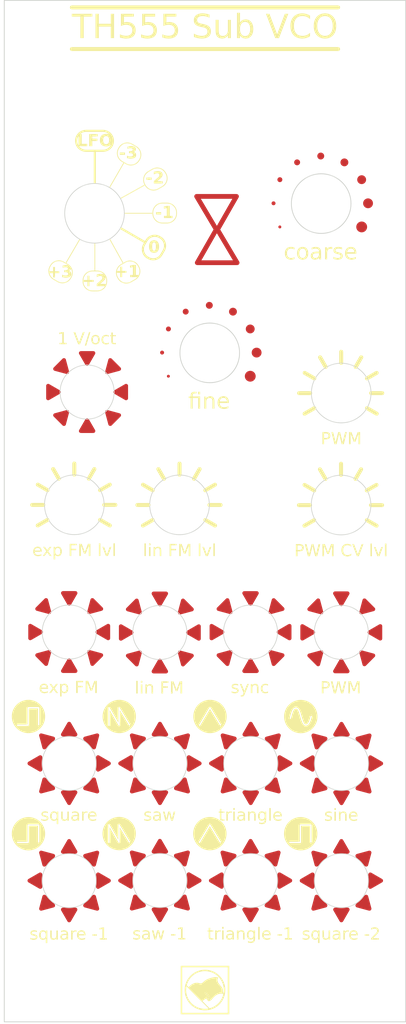
<source format=kicad_pcb>
(kicad_pcb (version 20241229) (generator "pcbnew") (generator_version "9.0")
  (layers (0 "F.Cu" signal) (2 "B.Cu" signal) (13 "F.Paste" user) (15 "B.Paste" user) (5 "F.SilkS" user "F.Silkscreen") (7 "B.SilkS" user "B.Silkscreen") (1 "F.Mask" user) (3 "B.Mask" user) (25 "Edge.Cuts" user))
  (net 0 "")
  (footprint "eurorack_frontpanel_biondo:trim_ticks" (layer "F.Cu") (at 159.307722 89.020048)
    (property "Reference" "REF**" (hide yes))
    (property "Value" "PWM CV lvl")
    (fp_curve (pts (xy -3.750213 0.495354) (xy -3.750213 2.566512) (xy -2.070991 4.245734) (xy 0.000167 4.245734)) (stroke (width 0.088194) (color 195 28 45 1)) (layer "Edge.Cuts"))
    (fp_curve (pts (xy 0.000167 -3.255027) (xy -2.070991 -3.255027) (xy -3.750213 -1.575804) (xy -3.750213 0.495354)) (stroke (width 0.088194) (color 195 28 45 1)) (layer "Edge.Cuts"))
    (fp_curve (pts (xy 0.000167 4.245734) (xy 2.071325 4.245734) (xy 3.750195 2.566512) (xy 3.750195 0.495354)) (stroke (width 0.088194) (color 195 28 45 1)) (layer "Edge.Cuts"))
    (fp_curve (pts (xy 3.750195 0.495354) (xy 3.750195 -1.575804) (xy 2.071325 -3.255027) (xy 0.000167 -3.255027)) (stroke (width 0.088194) (color 195 28 45 1)) (layer "Edge.Cuts"))
  )
  (footprint "eurorack_frontpanel_biondo:output_tri" (layer "F.Cu") (at 125.09 136.77)
    (property "Reference" "REF**" (hide yes))
    (property "Value" "square -1")
    (fp_curve (pts (xy -3.387891 0.000351) (xy -3.387891 1.877835) (xy -1.866007 3.40007) (xy 0.012534 3.40007)) (stroke (width 0.088194) (color 195 28 45 1)) (layer "Edge.Cuts"))
    (fp_curve (pts (xy 0.012534 -3.400073) (xy -1.866007 -3.400073) (xy -3.387891 -1.877837) (xy -3.387891 -0.000001)) (stroke (width 0.088194) (color 195 28 45 1)) (layer "Edge.Cuts"))
    (fp_curve (pts (xy 0.012534 3.40007) (xy 1.889664 3.40007) (xy 3.4119 1.877835) (xy 3.4119 -0.000001)) (stroke (width 0.088194) (color 195 28 45 1)) (layer "Edge.Cuts"))
    (fp_curve (pts (xy 3.4119 -0.000001) (xy 3.4119 -1.877837) (xy 1.889664 -3.400073) (xy 0.012534 -3.400073)) (stroke (width 0.088194) (color 195 28 45 1)) (layer "Edge.Cuts"))
  )
  (footprint "eurorack_frontpanel_biondo:octave_switch_th555" (layer "F.Cu") (at 128.68 52.74)
    (property "Reference" "REF**" (hide yes))
    (property "Value" "octave_switch_th555")
    (fp_line (start -4.1388 0.072668) (end -4.13392 0.265651) (stroke (width 0.088194) (color 195 28 45 1)) (layer "Edge.Cuts"))
    (fp_line (start -4.13392 -0.120316) (end -4.1388 0.072668) (stroke (width 0.088194) (color 195 28 45 1)) (layer "Edge.Cuts"))
    (fp_line (start -4.13392 0.265651) (end -4.119436 0.456099) (stroke (width 0.088194) (color 195 28 45 1)) (layer "Edge.Cuts"))
    (fp_line (start -4.119436 -0.310767) (end -4.13392 -0.120316) (stroke (width 0.088194) (color 195 28 45 1)) (layer "Edge.Cuts"))
    (fp_line (start -4.119436 0.456099) (end -4.095585 0.643778) (stroke (width 0.088194) (color 195 28 45 1)) (layer "Edge.Cuts"))
    (fp_line (start -4.095585 -0.498451) (end -4.119436 -0.310767) (stroke (width 0.088194) (color 195 28 45 1)) (layer "Edge.Cuts"))
    (fp_line (start -4.095585 0.643778) (end -4.062601 0.828451) (stroke (width 0.088194) (color 195 28 45 1)) (layer "Edge.Cuts"))
    (fp_line (start -4.062601 -0.68313) (end -4.095585 -0.498451) (stroke (width 0.088194) (color 195 28 45 1)) (layer "Edge.Cuts"))
    (fp_line (start -4.062601 0.828451) (end -4.020721 1.009884) (stroke (width 0.088194) (color 195 28 45 1)) (layer "Edge.Cuts"))
    (fp_line (start -4.020721 -0.864571) (end -4.062601 -0.68313) (stroke (width 0.088194) (color 195 28 45 1)) (layer "Edge.Cuts"))
    (fp_line (start -4.020721 1.009884) (end -3.97018 1.18784) (stroke (width 0.088194) (color 195 28 45 1)) (layer "Edge.Cuts"))
    (fp_line (start -3.97018 -1.042536) (end -4.020721 -0.864571) (stroke (width 0.088194) (color 195 28 45 1)) (layer "Edge.Cuts"))
    (fp_line (start -3.97018 1.18784) (end -3.911215 1.362084) (stroke (width 0.088194) (color 195 28 45 1)) (layer "Edge.Cuts"))
    (fp_line (start -3.911215 -1.216791) (end -3.97018 -1.042536) (stroke (width 0.088194) (color 195 28 45 1)) (layer "Edge.Cuts"))
    (fp_line (start -3.911215 1.362084) (end -3.84406 1.532381) (stroke (width 0.088194) (color 195 28 45 1)) (layer "Edge.Cuts"))
    (fp_line (start -3.84406 -1.387099) (end -3.911215 -1.216791) (stroke (width 0.088194) (color 195 28 45 1)) (layer "Edge.Cuts"))
    (fp_line (start -3.84406 1.532381) (end -3.768952 1.698494) (stroke (width 0.088194) (color 195 28 45 1)) (layer "Edge.Cuts"))
    (fp_line (start -3.768952 -1.553226) (end -3.84406 -1.387099) (stroke (width 0.088194) (color 195 28 45 1)) (layer "Edge.Cuts"))
    (fp_line (start -3.768952 1.698494) (end -3.686125 1.860188) (stroke (width 0.088194) (color 195 28 45 1)) (layer "Edge.Cuts"))
    (fp_line (start -3.686125 -1.714934) (end -3.768952 -1.553226) (stroke (width 0.088194) (color 195 28 45 1)) (layer "Edge.Cuts"))
    (fp_line (start -3.686125 1.860188) (end -3.595817 2.017228) (stroke (width 0.088194) (color 195 28 45 1)) (layer "Edge.Cuts"))
    (fp_line (start -3.595817 -1.871988) (end -3.686125 -1.714934) (stroke (width 0.088194) (color 195 28 45 1)) (layer "Edge.Cuts"))
    (fp_line (start -3.595817 2.017228) (end -3.498263 2.169379) (stroke (width 0.088194) (color 195 28 45 1)) (layer "Edge.Cuts"))
    (fp_line (start -3.498263 -2.024154) (end -3.595817 -1.871988) (stroke (width 0.088194) (color 195 28 45 1)) (layer "Edge.Cuts"))
    (fp_line (start -3.498263 2.169379) (end -3.393697 2.316403) (stroke (width 0.088194) (color 195 28 45 1)) (layer "Edge.Cuts"))
    (fp_line (start -3.393697 -2.171194) (end -3.498263 -2.024154) (stroke (width 0.088194) (color 195 28 45 1)) (layer "Edge.Cuts"))
    (fp_line (start -3.393697 2.316403) (end -3.282357 2.458067) (stroke (width 0.088194) (color 195 28 45 1)) (layer "Edge.Cuts"))
    (fp_line (start -3.282357 -2.312873) (end -3.393697 -2.171194) (stroke (width 0.088194) (color 195 28 45 1)) (layer "Edge.Cuts"))
    (fp_line (start -3.282357 2.458067) (end -3.164477 2.594133) (stroke (width 0.088194) (color 195 28 45 1)) (layer "Edge.Cuts"))
    (fp_line (start -3.164477 -2.448957) (end -3.282357 -2.312873) (stroke (width 0.088194) (color 195 28 45 1)) (layer "Edge.Cuts"))
    (fp_line (start -3.164477 2.594133) (end -3.040294 2.724368) (stroke (width 0.088194) (color 195 28 45 1)) (layer "Edge.Cuts"))
    (fp_line (start -3.040294 -2.579207) (end -3.164477 -2.448957) (stroke (width 0.088194) (color 195 28 45 1)) (layer "Edge.Cuts"))
    (fp_line (start -3.040294 2.724368) (end -2.910043 2.848535) (stroke (width 0.088194) (color 195 28 45 1)) (layer "Edge.Cuts"))
    (fp_line (start -2.910043 -2.703391) (end -3.040294 -2.579207) (stroke (width 0.088194) (color 195 28 45 1)) (layer "Edge.Cuts"))
    (fp_line (start -2.910043 2.848535) (end -2.77396 2.966398) (stroke (width 0.088194) (color 195 28 45 1)) (layer "Edge.Cuts"))
    (fp_line (start -2.77396 -2.82127) (end -2.910043 -2.703391) (stroke (width 0.088194) (color 195 28 45 1)) (layer "Edge.Cuts"))
    (fp_line (start -2.77396 2.966398) (end -2.632281 3.077722) (stroke (width 0.088194) (color 195 28 45 1)) (layer "Edge.Cuts"))
    (fp_line (start -2.632281 -2.93261) (end -2.77396 -2.82127) (stroke (width 0.088194) (color 195 28 45 1)) (layer "Edge.Cuts"))
    (fp_line (start -2.632281 3.077722) (end -2.48524 3.182272) (stroke (width 0.088194) (color 195 28 45 1)) (layer "Edge.Cuts"))
    (fp_line (start -2.48524 -3.037176) (end -2.632281 -2.93261) (stroke (width 0.088194) (color 195 28 45 1)) (layer "Edge.Cuts"))
    (fp_line (start -2.48524 3.182272) (end -2.333075 3.279811) (stroke (width 0.088194) (color 195 28 45 1)) (layer "Edge.Cuts"))
    (fp_line (start -2.333075 -3.13473) (end -2.48524 -3.037176) (stroke (width 0.088194) (color 195 28 45 1)) (layer "Edge.Cuts"))
    (fp_line (start -2.333075 3.279811) (end -2.176021 3.370105) (stroke (width 0.088194) (color 195 28 45 1)) (layer "Edge.Cuts"))
    (fp_line (start -2.176021 -3.225039) (end -2.333075 -3.13473) (stroke (width 0.088194) (color 195 28 45 1)) (layer "Edge.Cuts"))
    (fp_line (start -2.176021 3.370105) (end -2.014312 3.452918) (stroke (width 0.088194) (color 195 28 45 1)) (layer "Edge.Cuts"))
    (fp_line (start -2.014312 -3.307865) (end -2.176021 -3.225039) (stroke (width 0.088194) (color 195 28 45 1)) (layer "Edge.Cuts"))
    (fp_line (start -2.014312 3.452918) (end -1.848186 3.528013) (stroke (width 0.088194) (color 195 28 45 1)) (layer "Edge.Cuts"))
    (fp_line (start -1.848186 -3.382973) (end -2.014312 -3.307865) (stroke (width 0.088194) (color 195 28 45 1)) (layer "Edge.Cuts"))
    (fp_line (start -1.848186 3.528013) (end -1.677878 3.595156) (stroke (width 0.088194) (color 195 28 45 1)) (layer "Edge.Cuts"))
    (fp_line (start -1.677878 -3.450128) (end -1.848186 -3.382973) (stroke (width 0.088194) (color 195 28 45 1)) (layer "Edge.Cuts"))
    (fp_line (start -1.677878 3.595156) (end -1.503623 3.654111) (stroke (width 0.088194) (color 195 28 45 1)) (layer "Edge.Cuts"))
    (fp_line (start -1.503623 -3.509094) (end -1.677878 -3.450128) (stroke (width 0.088194) (color 195 28 45 1)) (layer "Edge.Cuts"))
    (fp_line (start -1.503623 3.654111) (end -1.325658 3.704642) (stroke (width 0.088194) (color 195 28 45 1)) (layer "Edge.Cuts"))
    (fp_line (start -1.325658 -3.559634) (end -1.503623 -3.509094) (stroke (width 0.088194) (color 195 28 45 1)) (layer "Edge.Cuts"))
    (fp_line (start -1.325658 3.704642) (end -1.144217 3.746514) (stroke (width 0.088194) (color 195 28 45 1)) (layer "Edge.Cuts"))
    (fp_line (start -1.144217 -3.601514) (end -1.325658 -3.559634) (stroke (width 0.088194) (color 195 28 45 1)) (layer "Edge.Cuts"))
    (fp_line (start -1.144217 3.746514) (end -0.959537 3.779492) (stroke (width 0.088194) (color 195 28 45 1)) (layer "Edge.Cuts"))
    (fp_line (start -0.959537 -3.634498) (end -1.144217 -3.601514) (stroke (width 0.088194) (color 195 28 45 1)) (layer "Edge.Cuts"))
    (fp_line (start -0.959537 3.779492) (end -0.771854 3.803338) (stroke (width 0.088194) (color 195 28 45 1)) (layer "Edge.Cuts"))
    (fp_line (start -0.771854 -3.658349) (end -0.959537 -3.634498) (stroke (width 0.088194) (color 195 28 45 1)) (layer "Edge.Cuts"))
    (fp_line (start -0.771854 3.803338) (end -0.581402 3.817819) (stroke (width 0.088194) (color 195 28 45 1)) (layer "Edge.Cuts"))
    (fp_line (start -0.581402 -3.672833) (end -0.771854 -3.658349) (stroke (width 0.088194) (color 195 28 45 1)) (layer "Edge.Cuts"))
    (fp_line (start -0.581402 3.817819) (end -0.388419 3.822699) (stroke (width 0.088194) (color 195 28 45 1)) (layer "Edge.Cuts"))
    (fp_line (start -0.388419 -3.677713) (end -0.581402 -3.672833) (stroke (width 0.088194) (color 195 28 45 1)) (layer "Edge.Cuts"))
    (fp_line (start -0.388419 3.822699) (end -0.195435 3.817819) (stroke (width 0.088194) (color 195 28 45 1)) (layer "Edge.Cuts"))
    (fp_line (start -0.195435 -3.672833) (end -0.388419 -3.677713) (stroke (width 0.088194) (color 195 28 45 1)) (layer "Edge.Cuts"))
    (fp_line (start -0.195435 3.817819) (end -0.004984 3.803338) (stroke (width 0.088194) (color 195 28 45 1)) (layer "Edge.Cuts"))
    (fp_line (start -0.004984 -3.658349) (end -0.195435 -3.672833) (stroke (width 0.088194) (color 195 28 45 1)) (layer "Edge.Cuts"))
    (fp_line (start -0.004984 3.803338) (end 0.1827 3.779492) (stroke (width 0.088194) (color 195 28 45 1)) (layer "Edge.Cuts"))
    (fp_line (start 0.1827 -3.634498) (end -0.004984 -3.658349) (stroke (width 0.088194) (color 195 28 45 1)) (layer "Edge.Cuts"))
    (fp_line (start 0.1827 3.779492) (end 0.36738 3.746514) (stroke (width 0.088194) (color 195 28 45 1)) (layer "Edge.Cuts"))
    (fp_line (start 0.36738 -3.601514) (end 0.1827 -3.634498) (stroke (width 0.088194) (color 195 28 45 1)) (layer "Edge.Cuts"))
    (fp_line (start 0.36738 3.746514) (end 0.54882 3.704642) (stroke (width 0.088194) (color 195 28 45 1)) (layer "Edge.Cuts"))
    (fp_line (start 0.54882 -3.559634) (end 0.36738 -3.601514) (stroke (width 0.088194) (color 195 28 45 1)) (layer "Edge.Cuts"))
    (fp_line (start 0.54882 3.704642) (end 0.726786 3.654111) (stroke (width 0.088194) (color 195 28 45 1)) (layer "Edge.Cuts"))
    (fp_line (start 0.726786 -3.509094) (end 0.54882 -3.559634) (stroke (width 0.088194) (color 195 28 45 1)) (layer "Edge.Cuts"))
    (fp_line (start 0.726786 3.654111) (end 0.90104 3.595156) (stroke (width 0.088194) (color 195 28 45 1)) (layer "Edge.Cuts"))
    (fp_line (start 0.90104 -3.450128) (end 0.726786 -3.509094) (stroke (width 0.088194) (color 195 28 45 1)) (layer "Edge.Cuts"))
    (fp_line (start 0.90104 3.595156) (end 1.071349 3.528013) (stroke (width 0.088194) (color 195 28 45 1)) (layer "Edge.Cuts"))
    (fp_line (start 1.071349 -3.382973) (end 0.90104 -3.450128) (stroke (width 0.088194) (color 195 28 45 1)) (layer "Edge.Cuts"))
    (fp_line (start 1.071349 3.528013) (end 1.237475 3.452918) (stroke (width 0.088194) (color 195 28 45 1)) (layer "Edge.Cuts"))
    (fp_line (start 1.237475 -3.307865) (end 1.071349 -3.382973) (stroke (width 0.088194) (color 195 28 45 1)) (layer "Edge.Cuts"))
    (fp_line (start 1.237475 3.452918) (end 1.399183 3.370105) (stroke (width 0.088194) (color 195 28 45 1)) (layer "Edge.Cuts"))
    (fp_line (start 1.399183 -3.225039) (end 1.237475 -3.307865) (stroke (width 0.088194) (color 195 28 45 1)) (layer "Edge.Cuts"))
    (fp_line (start 1.399183 3.370105) (end 1.556238 3.279811) (stroke (width 0.088194) (color 195 28 45 1)) (layer "Edge.Cuts"))
    (fp_line (start 1.556238 -3.13473) (end 1.399183 -3.225039) (stroke (width 0.088194) (color 195 28 45 1)) (layer "Edge.Cuts"))
    (fp_line (start 1.556238 3.279811) (end 1.708403 3.182272) (stroke (width 0.088194) (color 195 28 45 1)) (layer "Edge.Cuts"))
    (fp_line (start 1.708403 -3.037176) (end 1.556238 -3.13473) (stroke (width 0.088194) (color 195 28 45 1)) (layer "Edge.Cuts"))
    (fp_line (start 1.708403 3.182272) (end 1.855443 3.077722) (stroke (width 0.088194) (color 195 28 45 1)) (layer "Edge.Cuts"))
    (fp_line (start 1.855443 -2.93261) (end 1.708403 -3.037176) (stroke (width 0.088194) (color 195 28 45 1)) (layer "Edge.Cuts"))
    (fp_line (start 1.855443 3.077722) (end 1.997123 2.966398) (stroke (width 0.088194) (color 195 28 45 1)) (layer "Edge.Cuts"))
    (fp_line (start 1.997123 -2.82127) (end 1.855443 -2.93261) (stroke (width 0.088194) (color 195 28 45 1)) (layer "Edge.Cuts"))
    (fp_line (start 1.997123 2.966398) (end 2.133206 2.848535) (stroke (width 0.088194) (color 195 28 45 1)) (layer "Edge.Cuts"))
    (fp_line (start 2.133206 -2.703391) (end 1.997123 -2.82127) (stroke (width 0.088194) (color 195 28 45 1)) (layer "Edge.Cuts"))
    (fp_line (start 2.133206 2.848535) (end 2.263457 2.724368) (stroke (width 0.088194) (color 195 28 45 1)) (layer "Edge.Cuts"))
    (fp_line (start 2.263457 -2.579207) (end 2.133206 -2.703391) (stroke (width 0.088194) (color 195 28 45 1)) (layer "Edge.Cuts"))
    (fp_line (start 2.263457 2.724368) (end 2.38764 2.594133) (stroke (width 0.088194) (color 195 28 45 1)) (layer "Edge.Cuts"))
    (fp_line (start 2.38764 -2.448957) (end 2.263457 -2.579207) (stroke (width 0.088194) (color 195 28 45 1)) (layer "Edge.Cuts"))
    (fp_line (start 2.38764 2.594133) (end 2.505519 2.458067) (stroke (width 0.088194) (color 195 28 45 1)) (layer "Edge.Cuts"))
    (fp_line (start 2.505519 -2.312873) (end 2.38764 -2.448957) (stroke (width 0.088194) (color 195 28 45 1)) (layer "Edge.Cuts"))
    (fp_line (start 2.505519 2.458067) (end 2.61686 2.316403) (stroke (width 0.088194) (color 195 28 45 1)) (layer "Edge.Cuts"))
    (fp_line (start 2.61686 -2.171194) (end 2.505519 -2.312873) (stroke (width 0.088194) (color 195 28 45 1)) (layer "Edge.Cuts"))
    (fp_line (start 2.61686 2.316403) (end 2.721425 2.169379) (stroke (width 0.088194) (color 195 28 45 1)) (layer "Edge.Cuts"))
    (fp_line (start 2.721425 -2.024154) (end 2.61686 -2.171194) (stroke (width 0.088194) (color 195 28 45 1)) (layer "Edge.Cuts"))
    (fp_line (start 2.721425 2.169379) (end 2.81898 2.017228) (stroke (width 0.088194) (color 195 28 45 1)) (layer "Edge.Cuts"))
    (fp_line (start 2.81898 -1.871988) (end 2.721425 -2.024154) (stroke (width 0.088194) (color 195 28 45 1)) (layer "Edge.Cuts"))
    (fp_line (start 2.81898 2.017228) (end 2.909288 1.860188) (stroke (width 0.088194) (color 195 28 45 1)) (layer "Edge.Cuts"))
    (fp_line (start 2.909288 -1.714934) (end 2.81898 -1.871988) (stroke (width 0.088194) (color 195 28 45 1)) (layer "Edge.Cuts"))
    (fp_line (start 2.909288 1.860188) (end 2.992114 1.698494) (stroke (width 0.088194) (color 195 28 45 1)) (layer "Edge.Cuts"))
    (fp_line (start 2.992114 -1.553226) (end 2.909288 -1.714934) (stroke (width 0.088194) (color 195 28 45 1)) (layer "Edge.Cuts"))
    (fp_line (start 2.992114 1.698494) (end 3.067222 1.532381) (stroke (width 0.088194) (color 195 28 45 1)) (layer "Edge.Cuts"))
    (fp_line (start 3.067222 -1.387099) (end 2.992114 -1.553226) (stroke (width 0.088194) (color 195 28 45 1)) (layer "Edge.Cuts"))
    (fp_line (start 3.067222 1.532381) (end 3.134377 1.362084) (stroke (width 0.088194) (color 195 28 45 1)) (layer "Edge.Cuts"))
    (fp_line (start 3.134377 -1.216791) (end 3.067222 -1.387099) (stroke (width 0.088194) (color 195 28 45 1)) (layer "Edge.Cuts"))
    (fp_line (start 3.134377 1.362084) (end 3.193343 1.18784) (stroke (width 0.088194) (color 195 28 45 1)) (layer "Edge.Cuts"))
    (fp_line (start 3.193343 -1.042536) (end 3.134377 -1.216791) (stroke (width 0.088194) (color 195 28 45 1)) (layer "Edge.Cuts"))
    (fp_line (start 3.193343 1.18784) (end 3.243883 1.009884) (stroke (width 0.088194) (color 195 28 45 1)) (layer "Edge.Cuts"))
    (fp_line (start 3.243883 -0.864571) (end 3.193343 -1.042536) (stroke (width 0.088194) (color 195 28 45 1)) (layer "Edge.Cuts"))
    (fp_line (start 3.243883 1.009884) (end 3.285763 0.828451) (stroke (width 0.088194) (color 195 28 45 1)) (layer "Edge.Cuts"))
    (fp_line (start 3.285763 -0.68313) (end 3.243883 -0.864571) (stroke (width 0.088194) (color 195 28 45 1)) (layer "Edge.Cuts"))
    (fp_line (start 3.285763 0.828451) (end 3.318747 0.643778) (stroke (width 0.088194) (color 195 28 45 1)) (layer "Edge.Cuts"))
    (fp_line (start 3.318747 -0.498451) (end 3.285763 -0.68313) (stroke (width 0.088194) (color 195 28 45 1)) (layer "Edge.Cuts"))
    (fp_line (start 3.318747 0.643778) (end 3.342599 0.456099) (stroke (width 0.088194) (color 195 28 45 1)) (layer "Edge.Cuts"))
    (fp_line (start 3.342599 -0.310767) (end 3.318747 -0.498451) (stroke (width 0.088194) (color 195 28 45 1)) (layer "Edge.Cuts"))
    (fp_line (start 3.342599 0.456099) (end 3.357082 0.265651) (stroke (width 0.088194) (color 195 28 45 1)) (layer "Edge.Cuts"))
    (fp_line (start 3.357082 -0.120316) (end 3.342599 -0.310767) (stroke (width 0.088194) (color 195 28 45 1)) (layer "Edge.Cuts"))
    (fp_line (start 3.357082 0.265651) (end 3.361963 0.072668) (stroke (width 0.088194) (color 195 28 45 1)) (layer "Edge.Cuts"))
    (fp_line (start 3.361963 0.072668) (end 3.357082 -0.120316) (stroke (width 0.088194) (color 195 28 45 1)) (layer "Edge.Cuts"))
  )
  (footprint "eurorack_frontpanel_biondo:input_tri" (layer "F.Cu") (at 147.870737 105.500001)
    (property "Reference" "REF**" (hide yes))
    (property "Value" "sync")
    (fp_curve (pts (xy -3.350632 0.000351) (xy -3.350632 1.877834) (xy -1.828748 3.40007) (xy 0.049793 3.40007)) (stroke (width 0.088194) (color 195 28 45 1)) (layer "Edge.Cuts"))
    (fp_curve (pts (xy 0.049793 -3.400074) (xy -1.828748 -3.400074) (xy -3.350632 -1.877838) (xy -3.350632 -0.000002)) (stroke (width 0.088194) (color 195 28 45 1)) (layer "Edge.Cuts"))
    (fp_curve (pts (xy 0.049793 3.40007) (xy 1.926924 3.40007) (xy 3.44916 1.877834) (xy 3.44916 -0.000002)) (stroke (width 0.088194) (color 195 28 45 1)) (layer "Edge.Cuts"))
    (fp_curve (pts (xy 3.44916 -0.000002) (xy 3.44916 -1.877838) (xy 1.926924 -3.400074) (xy 0.049793 -3.400074)) (stroke (width 0.088194) (color 195 28 45 1)) (layer "Edge.Cuts"))
  )
  (footprint "eurorack_frontpanel_biondo:output_tri" (layer "F.Cu") (at 136.5 136.75)
    (property "Reference" "REF**" (hide yes))
    (property "Value" "saw -1")
    (fp_curve (pts (xy -3.387891 0.000351) (xy -3.387891 1.877835) (xy -1.866007 3.40007) (xy 0.012534 3.40007)) (stroke (width 0.088194) (color 195 28 45 1)) (layer "Edge.Cuts"))
    (fp_curve (pts (xy 0.012534 -3.400073) (xy -1.866007 -3.400073) (xy -3.387891 -1.877837) (xy -3.387891 -0.000001)) (stroke (width 0.088194) (color 195 28 45 1)) (layer "Edge.Cuts"))
    (fp_curve (pts (xy 0.012534 3.40007) (xy 1.889664 3.40007) (xy 3.4119 1.877835) (xy 3.4119 -0.000001)) (stroke (width 0.088194) (color 195 28 45 1)) (layer "Edge.Cuts"))
    (fp_curve (pts (xy 3.4119 -0.000001) (xy 3.4119 -1.877837) (xy 1.889664 -3.400073) (xy 0.012534 -3.400073)) (stroke (width 0.088194) (color 195 28 45 1)) (layer "Edge.Cuts"))
  )
  (footprint "eurorack_frontpanel_biondo:input_tri" (layer "F.Cu") (at 159.290737 105.530001)
    (property "Reference" "REF**" (hide yes))
    (property "Value" "PWM")
    (fp_curve (pts (xy -3.350632 0.000351) (xy -3.350632 1.877834) (xy -1.828748 3.40007) (xy 0.049793 3.40007)) (stroke (width 0.088194) (color 195 28 45 1)) (layer "Edge.Cuts"))
    (fp_curve (pts (xy 0.049793 -3.400074) (xy -1.828748 -3.400074) (xy -3.350632 -1.877838) (xy -3.350632 -0.000002)) (stroke (width 0.088194) (color 195 28 45 1)) (layer "Edge.Cuts"))
    (fp_curve (pts (xy 0.049793 3.40007) (xy 1.926924 3.40007) (xy 3.44916 1.877834) (xy 3.44916 -0.000002)) (stroke (width 0.088194) (color 195 28 45 1)) (layer "Edge.Cuts"))
    (fp_curve (pts (xy 3.44916 -0.000002) (xy 3.44916 -1.877838) (xy 1.926924 -3.400074) (xy 0.049793 -3.400074)) (stroke (width 0.088194) (color 195 28 45 1)) (layer "Edge.Cuts"))
  )
  (footprint "eurorack_frontpanel_biondo:output_tri" (layer "F.Cu") (at 147.93 122.02)
    (property "Reference" "REF**" (hide yes))
    (property "Value" "triangle")
    (fp_curve (pts (xy -3.387891 0.000351) (xy -3.387891 1.877835) (xy -1.866007 3.40007) (xy 0.012534 3.40007)) (stroke (width 0.088194) (color 195 28 45 1)) (layer "Edge.Cuts"))
    (fp_curve (pts (xy 0.012534 -3.400073) (xy -1.866007 -3.400073) (xy -3.387891 -1.877837) (xy -3.387891 -0.000001)) (stroke (width 0.088194) (color 195 28 45 1)) (layer "Edge.Cuts"))
    (fp_curve (pts (xy 0.012534 3.40007) (xy 1.889664 3.40007) (xy 3.4119 1.877835) (xy 3.4119 -0.000001)) (stroke (width 0.088194) (color 195 28 45 1)) (layer "Edge.Cuts"))
    (fp_curve (pts (xy 3.4119 -0.000001) (xy 3.4119 -1.877837) (xy 1.889664 -3.400073) (xy 0.012534 -3.400073)) (stroke (width 0.088194) (color 195 28 45 1)) (layer "Edge.Cuts"))
  )
  (footprint "eurorack_frontpanel_biondo:input_tri" (layer "F.Cu") (at 127.310737 75.300001)
    (property "Reference" "REF**" (hide yes))
    (property "Value" "1 V/oct")
    (fp_curve (pts (xy -3.350632 0.000351) (xy -3.350632 1.877834) (xy -1.828748 3.40007) (xy 0.049793 3.40007)) (stroke (width 0.088194) (color 195 28 45 1)) (layer "Edge.Cuts"))
    (fp_curve (pts (xy 0.049793 -3.400074) (xy -1.828748 -3.400074) (xy -3.350632 -1.877838) (xy -3.350632 -0.000002)) (stroke (width 0.088194) (color 195 28 45 1)) (layer "Edge.Cuts"))
    (fp_curve (pts (xy 0.049793 3.40007) (xy 1.926924 3.40007) (xy 3.44916 1.877834) (xy 3.44916 -0.000002)) (stroke (width 0.088194) (color 195 28 45 1)) (layer "Edge.Cuts"))
    (fp_curve (pts (xy 3.44916 -0.000002) (xy 3.44916 -1.877838) (xy 1.926924 -3.400074) (xy 0.049793 -3.400074)) (stroke (width 0.088194) (color 195 28 45 1)) (layer "Edge.Cuts"))
  )
  (footprint "eurorack_frontpanel_biondo:trim_ticks" (layer "F.Cu") (at 138.987722 89.000048)
    (property "Reference" "REF**" (hide yes))
    (property "Value" "lin FM lvl")
    (fp_curve (pts (xy -3.750213 0.495354) (xy -3.750213 2.566512) (xy -2.070991 4.245734) (xy 0.000167 4.245734)) (stroke (width 0.088194) (color 195 28 45 1)) (layer "Edge.Cuts"))
    (fp_curve (pts (xy 0.000167 -3.255027) (xy -2.070991 -3.255027) (xy -3.750213 -1.575804) (xy -3.750213 0.495354)) (stroke (width 0.088194) (color 195 28 45 1)) (layer "Edge.Cuts"))
    (fp_curve (pts (xy 0.000167 4.245734) (xy 2.071325 4.245734) (xy 3.750195 2.566512) (xy 3.750195 0.495354)) (stroke (width 0.088194) (color 195 28 45 1)) (layer "Edge.Cuts"))
    (fp_curve (pts (xy 3.750195 0.495354) (xy 3.750195 -1.575804) (xy 2.071325 -3.255027) (xy 0.000167 -3.255027)) (stroke (width 0.088194) (color 195 28 45 1)) (layer "Edge.Cuts"))
  )
  (footprint "eurorack_frontpanel_biondo:output_tri" (layer "F.Cu") (at 136.51 122.02)
    (property "Reference" "REF**" (hide yes))
    (property "Value" "output_tri")
    (fp_curve (pts (xy -3.387891 0.000351) (xy -3.387891 1.877835) (xy -1.866007 3.40007) (xy 0.012534 3.40007)) (stroke (width 0.088194) (color 195 28 45 1)) (layer "Edge.Cuts"))
    (fp_curve (pts (xy 0.012534 -3.400073) (xy -1.866007 -3.400073) (xy -3.387891 -1.877837) (xy -3.387891 -0.000001)) (stroke (width 0.088194) (color 195 28 45 1)) (layer "Edge.Cuts"))
    (fp_curve (pts (xy 0.012534 3.40007) (xy 1.889664 3.40007) (xy 3.4119 1.877835) (xy 3.4119 -0.000001)) (stroke (width 0.088194) (color 195 28 45 1)) (layer "Edge.Cuts"))
    (fp_curve (pts (xy 3.4119 -0.000001) (xy 3.4119 -1.877837) (xy 1.889664 -3.400073) (xy 0.012534 -3.400073)) (stroke (width 0.088194) (color 195 28 45 1)) (layer "Edge.Cuts"))
  )
  (footprint "eurorack_frontpanel_biondo:trim_ticks" (layer "F.Cu") (at 125.75 88.99)
    (property "Reference" "REF**" (hide yes))
    (property "Value" "exp FM lvl")
    (fp_curve (pts (xy -3.750213 0.495354) (xy -3.750213 2.566512) (xy -2.070991 4.245734) (xy 0.000167 4.245734)) (stroke (width 0.088194) (color 195 28 45 1)) (layer "Edge.Cuts"))
    (fp_curve (pts (xy 0.000167 -3.255027) (xy -2.070991 -3.255027) (xy -3.750213 -1.575804) (xy -3.750213 0.495354)) (stroke (width 0.088194) (color 195 28 45 1)) (layer "Edge.Cuts"))
    (fp_curve (pts (xy 0.000167 4.245734) (xy 2.071325 4.245734) (xy 3.750195 2.566512) (xy 3.750195 0.495354)) (stroke (width 0.088194) (color 195 28 45 1)) (layer "Edge.Cuts"))
    (fp_curve (pts (xy 3.750195 0.495354) (xy 3.750195 -1.575804) (xy 2.071325 -3.255027) (xy 0.000167 -3.255027)) (stroke (width 0.088194) (color 195 28 45 1)) (layer "Edge.Cuts"))
  )
  (footprint "eurorack_frontpanel_biondo:output_tri" (layer "F.Cu") (at 159.34 136.77)
    (property "Reference" "REF**" (hide yes))
    (property "Value" "square -2")
    (fp_curve (pts (xy -3.387891 0.000351) (xy -3.387891 1.877835) (xy -1.866007 3.40007) (xy 0.012534 3.40007)) (stroke (width 0.088194) (color 195 28 45 1)) (layer "Edge.Cuts"))
    (fp_curve (pts (xy 0.012534 -3.400073) (xy -1.866007 -3.400073) (xy -3.387891 -1.877837) (xy -3.387891 -0.000001)) (stroke (width 0.088194) (color 195 28 45 1)) (layer "Edge.Cuts"))
    (fp_curve (pts (xy 0.012534 3.40007) (xy 1.889664 3.40007) (xy 3.4119 1.877835) (xy 3.4119 -0.000001)) (stroke (width 0.088194) (color 195 28 45 1)) (layer "Edge.Cuts"))
    (fp_curve (pts (xy 3.4119 -0.000001) (xy 3.4119 -1.877837) (xy 1.889664 -3.400073) (xy 0.012534 -3.400073)) (stroke (width 0.088194) (color 195 28 45 1)) (layer "Edge.Cuts"))
  )
  (footprint "eurorack_frontpanel_biondo:pot_very_small_dots" (layer "F.Cu") (at 142.66 69.87)
    (property "Reference" "REF**" (hide yes))
    (property "Value" "fine")
    (fp_line (start -3.621101 0.509716) (end -3.616221 0.7027) (stroke (width 0.088194) (color 195 28 45 1)) (layer "Edge.Cuts"))
    (fp_line (start -3.616221 0.316732) (end -3.621101 0.509716) (stroke (width 0.088194) (color 195 28 45 1)) (layer "Edge.Cuts"))
    (fp_line (start -3.616221 0.7027) (end -3.601737 0.893151) (stroke (width 0.088194) (color 195 28 45 1)) (layer "Edge.Cuts"))
    (fp_line (start -3.601737 0.126281) (end -3.616221 0.316732) (stroke (width 0.088194) (color 195 28 45 1)) (layer "Edge.Cuts"))
    (fp_line (start -3.601737 0.893151) (end -3.577885 1.080834) (stroke (width 0.088194) (color 195 28 45 1)) (layer "Edge.Cuts"))
    (fp_line (start -3.577885 -0.061403) (end -3.601737 0.126281) (stroke (width 0.088194) (color 195 28 45 1)) (layer "Edge.Cuts"))
    (fp_line (start -3.577885 1.080834) (end -3.544902 1.265514) (stroke (width 0.088194) (color 195 28 45 1)) (layer "Edge.Cuts"))
    (fp_line (start -3.544902 -0.246083) (end -3.577885 -0.061403) (stroke (width 0.088194) (color 195 28 45 1)) (layer "Edge.Cuts"))
    (fp_line (start -3.544902 1.265514) (end -3.503022 1.446955) (stroke (width 0.088194) (color 195 28 45 1)) (layer "Edge.Cuts"))
    (fp_line (start -3.503022 -0.427523) (end -3.544902 -0.246083) (stroke (width 0.088194) (color 195 28 45 1)) (layer "Edge.Cuts"))
    (fp_line (start -3.503022 1.446955) (end -3.452481 1.62492) (stroke (width 0.088194) (color 195 28 45 1)) (layer "Edge.Cuts"))
    (fp_line (start -3.452481 -0.605489) (end -3.503022 -0.427523) (stroke (width 0.088194) (color 195 28 45 1)) (layer "Edge.Cuts"))
    (fp_line (start -3.452481 1.62492) (end -3.393515 1.799175) (stroke (width 0.088194) (color 195 28 45 1)) (layer "Edge.Cuts"))
    (fp_line (start -3.393515 -0.779743) (end -3.452481 -0.605489) (stroke (width 0.088194) (color 195 28 45 1)) (layer "Edge.Cuts"))
    (fp_line (start -3.393515 1.799175) (end -3.326361 1.969483) (stroke (width 0.088194) (color 195 28 45 1)) (layer "Edge.Cuts"))
    (fp_line (start -3.326361 -0.950052) (end -3.393515 -0.779743) (stroke (width 0.088194) (color 195 28 45 1)) (layer "Edge.Cuts"))
    (fp_line (start -3.326361 1.969483) (end -3.251252 2.135609) (stroke (width 0.088194) (color 195 28 45 1)) (layer "Edge.Cuts"))
    (fp_line (start -3.251252 -1.116178) (end -3.326361 -0.950052) (stroke (width 0.088194) (color 195 28 45 1)) (layer "Edge.Cuts"))
    (fp_line (start -3.251252 2.135609) (end -3.168426 2.297318) (stroke (width 0.088194) (color 195 28 45 1)) (layer "Edge.Cuts"))
    (fp_line (start -3.168426 -1.277886) (end -3.251252 -1.116178) (stroke (width 0.088194) (color 195 28 45 1)) (layer "Edge.Cuts"))
    (fp_line (start -3.168426 2.297318) (end -3.078118 2.454372) (stroke (width 0.088194) (color 195 28 45 1)) (layer "Edge.Cuts"))
    (fp_line (start -3.078118 -1.43494) (end -3.168426 -1.277886) (stroke (width 0.088194) (color 195 28 45 1)) (layer "Edge.Cuts"))
    (fp_line (start -3.078118 2.454372) (end -2.980563 2.606537) (stroke (width 0.088194) (color 195 28 45 1)) (layer "Edge.Cuts"))
    (fp_line (start -2.980563 -1.587106) (end -3.078118 -1.43494) (stroke (width 0.088194) (color 195 28 45 1)) (layer "Edge.Cuts"))
    (fp_line (start -2.980563 2.606537) (end -2.875998 2.753578) (stroke (width 0.088194) (color 195 28 45 1)) (layer "Edge.Cuts"))
    (fp_line (start -2.875998 -1.734146) (end -2.980563 -1.587106) (stroke (width 0.088194) (color 195 28 45 1)) (layer "Edge.Cuts"))
    (fp_line (start -2.875998 2.753578) (end -2.764658 2.895257) (stroke (width 0.088194) (color 195 28 45 1)) (layer "Edge.Cuts"))
    (fp_line (start -2.764658 -1.875826) (end -2.875998 -1.734146) (stroke (width 0.088194) (color 195 28 45 1)) (layer "Edge.Cuts"))
    (fp_line (start -2.764658 2.895257) (end -2.646778 3.03134) (stroke (width 0.088194) (color 195 28 45 1)) (layer "Edge.Cuts"))
    (fp_line (start -2.646778 -2.011909) (end -2.764658 -1.875826) (stroke (width 0.088194) (color 195 28 45 1)) (layer "Edge.Cuts"))
    (fp_line (start -2.646778 3.03134) (end -2.522595 3.161591) (stroke (width 0.088194) (color 195 28 45 1)) (layer "Edge.Cuts"))
    (fp_line (start -2.522595 -2.14216) (end -2.646778 -2.011909) (stroke (width 0.088194) (color 195 28 45 1)) (layer "Edge.Cuts"))
    (fp_line (start -2.522595 3.161591) (end -2.392344 3.285775) (stroke (width 0.088194) (color 195 28 45 1)) (layer "Edge.Cuts"))
    (fp_line (start -2.392344 -2.266343) (end -2.522595 -2.14216) (stroke (width 0.088194) (color 195 28 45 1)) (layer "Edge.Cuts"))
    (fp_line (start -2.392344 3.285775) (end -2.256261 3.403654) (stroke (width 0.088194) (color 195 28 45 1)) (layer "Edge.Cuts"))
    (fp_line (start -2.256261 -2.384222) (end -2.392344 -2.266343) (stroke (width 0.088194) (color 195 28 45 1)) (layer "Edge.Cuts"))
    (fp_line (start -2.256261 3.403654) (end -2.114581 3.514994) (stroke (width 0.088194) (color 195 28 45 1)) (layer "Edge.Cuts"))
    (fp_line (start -2.114581 -2.495563) (end -2.256261 -2.384222) (stroke (width 0.088194) (color 195 28 45 1)) (layer "Edge.Cuts"))
    (fp_line (start -2.114581 3.514994) (end -1.967541 3.61956) (stroke (width 0.088194) (color 195 28 45 1)) (layer "Edge.Cuts"))
    (fp_line (start -1.967541 -2.600128) (end -2.114581 -2.495563) (stroke (width 0.088194) (color 195 28 45 1)) (layer "Edge.Cuts"))
    (fp_line (start -1.967541 3.61956) (end -1.815376 3.717114) (stroke (width 0.088194) (color 195 28 45 1)) (layer "Edge.Cuts"))
    (fp_line (start -1.815376 -2.697683) (end -1.967541 -2.600128) (stroke (width 0.088194) (color 195 28 45 1)) (layer "Edge.Cuts"))
    (fp_line (start -1.815376 3.717114) (end -1.658321 3.807423) (stroke (width 0.088194) (color 195 28 45 1)) (layer "Edge.Cuts"))
    (fp_line (start -1.658321 -2.787991) (end -1.815376 -2.697683) (stroke (width 0.088194) (color 195 28 45 1)) (layer "Edge.Cuts"))
    (fp_line (start -1.658321 3.807423) (end -1.496613 3.890249) (stroke (width 0.088194) (color 195 28 45 1)) (layer "Edge.Cuts"))
    (fp_line (start -1.496613 -2.870817) (end -1.658321 -2.787991) (stroke (width 0.088194) (color 195 28 45 1)) (layer "Edge.Cuts"))
    (fp_line (start -1.496613 3.890249) (end -1.330487 3.965357) (stroke (width 0.088194) (color 195 28 45 1)) (layer "Edge.Cuts"))
    (fp_line (start -1.330487 -2.945925) (end -1.496613 -2.870817) (stroke (width 0.088194) (color 195 28 45 1)) (layer "Edge.Cuts"))
    (fp_line (start -1.330487 3.965357) (end -1.160179 4.032512) (stroke (width 0.088194) (color 195 28 45 1)) (layer "Edge.Cuts"))
    (fp_line (start -1.160179 -3.01308) (end -1.330487 -2.945925) (stroke (width 0.088194) (color 195 28 45 1)) (layer "Edge.Cuts"))
    (fp_line (start -1.160179 4.032512) (end -0.985924 4.091477) (stroke (width 0.088194) (color 195 28 45 1)) (layer "Edge.Cuts"))
    (fp_line (start -0.985924 -3.072046) (end -1.160179 -3.01308) (stroke (width 0.088194) (color 195 28 45 1)) (layer "Edge.Cuts"))
    (fp_line (start -0.985924 4.091477) (end -0.807958 4.142018) (stroke (width 0.088194) (color 195 28 45 1)) (layer "Edge.Cuts"))
    (fp_line (start -0.807958 -3.122586) (end -0.985924 -3.072046) (stroke (width 0.088194) (color 195 28 45 1)) (layer "Edge.Cuts"))
    (fp_line (start -0.807958 4.142018) (end -0.626518 4.183898) (stroke (width 0.088194) (color 195 28 45 1)) (layer "Edge.Cuts"))
    (fp_line (start -0.626518 -3.164466) (end -0.807958 -3.122586) (stroke (width 0.088194) (color 195 28 45 1)) (layer "Edge.Cuts"))
    (fp_line (start -0.626518 4.183898) (end -0.441838 4.216882) (stroke (width 0.088194) (color 195 28 45 1)) (layer "Edge.Cuts"))
    (fp_line (start -0.441838 -3.19745) (end -0.626518 -3.164466) (stroke (width 0.088194) (color 195 28 45 1)) (layer "Edge.Cuts"))
    (fp_line (start -0.441838 4.216882) (end -0.254155 4.240733) (stroke (width 0.088194) (color 195 28 45 1)) (layer "Edge.Cuts"))
    (fp_line (start -0.254155 -3.221301) (end -0.441838 -3.19745) (stroke (width 0.088194) (color 195 28 45 1)) (layer "Edge.Cuts"))
    (fp_line (start -0.254155 4.240733) (end -0.063703 4.255217) (stroke (width 0.088194) (color 195 28 45 1)) (layer "Edge.Cuts"))
    (fp_line (start -0.063703 -3.235785) (end -0.254155 -3.221301) (stroke (width 0.088194) (color 195 28 45 1)) (layer "Edge.Cuts"))
    (fp_line (start -0.063703 4.255217) (end 0.129281 4.260097) (stroke (width 0.088194) (color 195 28 45 1)) (layer "Edge.Cuts"))
    (fp_line (start 0.129281 -3.240666) (end -0.063703 -3.235785) (stroke (width 0.088194) (color 195 28 45 1)) (layer "Edge.Cuts"))
    (fp_line (start 0.129281 4.260097) (end 0.322263 4.255217) (stroke (width 0.088194) (color 195 28 45 1)) (layer "Edge.Cuts"))
    (fp_line (start 0.322263 -3.235785) (end 0.129281 -3.240666) (stroke (width 0.088194) (color 195 28 45 1)) (layer "Edge.Cuts"))
    (fp_line (start 0.322263 4.255217) (end 0.512712 4.240733) (stroke (width 0.088194) (color 195 28 45 1)) (layer "Edge.Cuts"))
    (fp_line (start 0.512712 -3.221301) (end 0.322263 -3.235785) (stroke (width 0.088194) (color 195 28 45 1)) (layer "Edge.Cuts"))
    (fp_line (start 0.512712 4.240733) (end 0.70039 4.216882) (stroke (width 0.088194) (color 195 28 45 1)) (layer "Edge.Cuts"))
    (fp_line (start 0.70039 -3.19745) (end 0.512712 -3.221301) (stroke (width 0.088194) (color 195 28 45 1)) (layer "Edge.Cuts"))
    (fp_line (start 0.70039 4.216882) (end 0.885064 4.183898) (stroke (width 0.088194) (color 195 28 45 1)) (layer "Edge.Cuts"))
    (fp_line (start 0.885064 -3.164466) (end 0.70039 -3.19745) (stroke (width 0.088194) (color 195 28 45 1)) (layer "Edge.Cuts"))
    (fp_line (start 0.885064 4.183898) (end 1.066496 4.142018) (stroke (width 0.088194) (color 195 28 45 1)) (layer "Edge.Cuts"))
    (fp_line (start 1.066496 -3.122586) (end 0.885064 -3.164466) (stroke (width 0.088194) (color 195 28 45 1)) (layer "Edge.Cuts"))
    (fp_line (start 1.066496 4.142018) (end 1.244452 4.091477) (stroke (width 0.088194) (color 195 28 45 1)) (layer "Edge.Cuts"))
    (fp_line (start 1.244452 -3.072046) (end 1.066496 -3.122586) (stroke (width 0.088194) (color 195 28 45 1)) (layer "Edge.Cuts"))
    (fp_line (start 1.244452 4.091477) (end 1.418696 4.032512) (stroke (width 0.088194) (color 195 28 45 1)) (layer "Edge.Cuts"))
    (fp_line (start 1.418696 -3.01308) (end 1.244452 -3.072046) (stroke (width 0.088194) (color 195 28 45 1)) (layer "Edge.Cuts"))
    (fp_line (start 1.418696 4.032512) (end 1.588992 3.965357) (stroke (width 0.088194) (color 195 28 45 1)) (layer "Edge.Cuts"))
    (fp_line (start 1.588992 -2.945925) (end 1.418696 -3.01308) (stroke (width 0.088194) (color 195 28 45 1)) (layer "Edge.Cuts"))
    (fp_line (start 1.588992 3.965357) (end 1.755105 3.890249) (stroke (width 0.088194) (color 195 28 45 1)) (layer "Edge.Cuts"))
    (fp_line (start 1.755105 -2.870817) (end 1.588992 -2.945925) (stroke (width 0.088194) (color 195 28 45 1)) (layer "Edge.Cuts"))
    (fp_line (start 1.755105 3.890249) (end 1.916799 3.807423) (stroke (width 0.088194) (color 195 28 45 1)) (layer "Edge.Cuts"))
    (fp_line (start 1.916799 -2.787991) (end 1.755105 -2.870817) (stroke (width 0.088194) (color 195 28 45 1)) (layer "Edge.Cuts"))
    (fp_line (start 1.916799 3.807423) (end 2.073839 3.717114) (stroke (width 0.088194) (color 195 28 45 1)) (layer "Edge.Cuts"))
    (fp_line (start 2.073839 -2.697683) (end 1.916799 -2.787991) (stroke (width 0.088194) (color 195 28 45 1)) (layer "Edge.Cuts"))
    (fp_line (start 2.073839 3.717114) (end 2.225989 3.61956) (stroke (width 0.088194) (color 195 28 45 1)) (layer "Edge.Cuts"))
    (fp_line (start 2.225989 -2.600128) (end 2.073839 -2.697683) (stroke (width 0.088194) (color 195 28 45 1)) (layer "Edge.Cuts"))
    (fp_line (start 2.225989 3.61956) (end 2.373013 3.514994) (stroke (width 0.088194) (color 195 28 45 1)) (layer "Edge.Cuts"))
    (fp_line (start 2.373013 -2.495563) (end 2.225989 -2.600128) (stroke (width 0.088194) (color 195 28 45 1)) (layer "Edge.Cuts"))
    (fp_line (start 2.373013 3.514994) (end 2.514676 3.403654) (stroke (width 0.088194) (color 195 28 45 1)) (layer "Edge.Cuts"))
    (fp_line (start 2.514676 -2.384222) (end 2.373013 -2.495563) (stroke (width 0.088194) (color 195 28 45 1)) (layer "Edge.Cuts"))
    (fp_line (start 2.514676 3.403654) (end 2.650743 3.285775) (stroke (width 0.088194) (color 195 28 45 1)) (layer "Edge.Cuts"))
    (fp_line (start 2.650743 -2.266343) (end 2.514676 -2.384222) (stroke (width 0.088194) (color 195 28 45 1)) (layer "Edge.Cuts"))
    (fp_line (start 2.650743 3.285775) (end 2.780977 3.161591) (stroke (width 0.088194) (color 195 28 45 1)) (layer "Edge.Cuts"))
    (fp_line (start 2.780977 -2.14216) (end 2.650743 -2.266343) (stroke (width 0.088194) (color 195 28 45 1)) (layer "Edge.Cuts"))
    (fp_line (start 2.780977 3.161591) (end 2.905143 3.03134) (stroke (width 0.088194) (color 195 28 45 1)) (layer "Edge.Cuts"))
    (fp_line (start 2.905143 -2.011909) (end 2.780977 -2.14216) (stroke (width 0.088194) (color 195 28 45 1)) (layer "Edge.Cuts"))
    (fp_line (start 2.905143 3.03134) (end 3.023006 2.895257) (stroke (width 0.088194) (color 195 28 45 1)) (layer "Edge.Cuts"))
    (fp_line (start 3.023006 -1.875826) (end 2.905143 -2.011909) (stroke (width 0.088194) (color 195 28 45 1)) (layer "Edge.Cuts"))
    (fp_line (start 3.023006 2.895257) (end 3.13433 2.753578) (stroke (width 0.088194) (color 195 28 45 1)) (layer "Edge.Cuts"))
    (fp_line (start 3.13433 -1.734146) (end 3.023006 -1.875826) (stroke (width 0.088194) (color 195 28 45 1)) (layer "Edge.Cuts"))
    (fp_line (start 3.13433 2.753578) (end 3.238879 2.606537) (stroke (width 0.088194) (color 195 28 45 1)) (layer "Edge.Cuts"))
    (fp_line (start 3.238879 -1.587106) (end 3.13433 -1.734146) (stroke (width 0.088194) (color 195 28 45 1)) (layer "Edge.Cuts"))
    (fp_line (start 3.238879 2.606537) (end 3.336418 2.454372) (stroke (width 0.088194) (color 195 28 45 1)) (layer "Edge.Cuts"))
    (fp_line (start 3.336418 -1.43494) (end 3.238879 -1.587106) (stroke (width 0.088194) (color 195 28 45 1)) (layer "Edge.Cuts"))
    (fp_line (start 3.336418 2.454372) (end 3.426712 2.297318) (stroke (width 0.088194) (color 195 28 45 1)) (layer "Edge.Cuts"))
    (fp_line (start 3.426712 -1.277886) (end 3.336418 -1.43494) (stroke (width 0.088194) (color 195 28 45 1)) (layer "Edge.Cuts"))
    (fp_line (start 3.426712 2.297318) (end 3.509524 2.135609) (stroke (width 0.088194) (color 195 28 45 1)) (layer "Edge.Cuts"))
    (fp_line (start 3.509524 -1.116178) (end 3.426712 -1.277886) (stroke (width 0.088194) (color 195 28 45 1)) (layer "Edge.Cuts"))
    (fp_line (start 3.509524 2.135609) (end 3.584619 1.969483) (stroke (width 0.088194) (color 195 28 45 1)) (layer "Edge.Cuts"))
    (fp_line (start 3.584619 -0.950052) (end 3.509524 -1.116178) (stroke (width 0.088194) (color 195 28 45 1)) (layer "Edge.Cuts"))
    (fp_line (start 3.584619 1.969483) (end 3.651762 1.799175) (stroke (width 0.088194) (color 195 28 45 1)) (layer "Edge.Cuts"))
    (fp_line (start 3.651762 -0.779743) (end 3.584619 -0.950052) (stroke (width 0.088194) (color 195 28 45 1)) (layer "Edge.Cuts"))
    (fp_line (start 3.651762 1.799175) (end 3.710717 1.62492) (stroke (width 0.088194) (color 195 28 45 1)) (layer "Edge.Cuts"))
    (fp_line (start 3.710717 -0.605489) (end 3.651762 -0.779743) (stroke (width 0.088194) (color 195 28 45 1)) (layer "Edge.Cuts"))
    (fp_line (start 3.710717 1.62492) (end 3.761248 1.446955) (stroke (width 0.088194) (color 195 28 45 1)) (layer "Edge.Cuts"))
    (fp_line (start 3.761248 -0.427523) (end 3.710717 -0.605489) (stroke (width 0.088194) (color 195 28 45 1)) (layer "Edge.Cuts"))
    (fp_line (start 3.761248 1.446955) (end 3.80312 1.265514) (stroke (width 0.088194) (color 195 28 45 1)) (layer "Edge.Cuts"))
    (fp_line (start 3.80312 -0.246083) (end 3.761248 -0.427523) (stroke (width 0.088194) (color 195 28 45 1)) (layer "Edge.Cuts"))
    (fp_line (start 3.80312 1.265514) (end 3.836097 1.080834) (stroke (width 0.088194) (color 195 28 45 1)) (layer "Edge.Cuts"))
    (fp_line (start 3.836097 -0.061403) (end 3.80312 -0.246083) (stroke (width 0.088194) (color 195 28 45 1)) (layer "Edge.Cuts"))
    (fp_line (start 3.836097 1.080834) (end 3.859943 0.893151) (stroke (width 0.088194) (color 195 28 45 1)) (layer "Edge.Cuts"))
    (fp_line (start 3.859943 0.126281) (end 3.836097 -0.061403) (stroke (width 0.088194) (color 195 28 45 1)) (layer "Edge.Cuts"))
    (fp_line (start 3.859943 0.893151) (end 3.874424 0.7027) (stroke (width 0.088194) (color 195 28 45 1)) (layer "Edge.Cuts"))
    (fp_line (start 3.874424 0.316732) (end 3.859943 0.126281) (stroke (width 0.088194) (color 195 28 45 1)) (layer "Edge.Cuts"))
    (fp_line (start 3.874424 0.7027) (end 3.879303 0.509716) (stroke (width 0.088194) (color 195 28 45 1)) (layer "Edge.Cuts"))
    (fp_line (start 3.879303 0.509716) (end 3.874424 0.316732) (stroke (width 0.088194) (color 195 28 45 1)) (layer "Edge.Cuts"))
    (fp_curve (pts (xy -3.624647 0.493599) (xy -3.624647 2.564758) (xy -1.945425 4.24398) (xy 0.125733 4.24398)) (stroke (width 0.088194) (color 195 28 45 1)) (layer "Edge.Cuts"))
    (fp_curve (pts (xy 0.125733 -3.256781) (xy -1.945425 -3.256781) (xy -3.624647 -1.577559) (xy -3.624647 0.493599)) (stroke (width 0.088194) (color 195 28 45 1)) (layer "Edge.Cuts"))
    (fp_curve (pts (xy 0.125733 4.24398) (xy 2.196891 4.24398) (xy 3.875761 2.564758) (xy 3.875761 0.493599)) (stroke (width 0.088194) (color 195 28 45 1)) (layer "Edge.Cuts"))
    (fp_curve (pts (xy 3.875761 0.493599) (xy 3.875761 -1.577559) (xy 2.196891 -3.256781) (xy 0.125733 -3.256781)) (stroke (width 0.088194) (color 195 28 45 1)) (layer "Edge.Cuts"))
  )
  (footprint "eurorack_frontpanel_biondo:duble_triangle_window" (layer "F.Cu") (at 143.74 55.16)
    (property "Reference" "REF**" (hide yes))
    (property "Value" "duble_triangle_window")
  )
  (footprint "eurorack_frontpanel_biondo:pot_very_small_dots" (layer "F.Cu") (at 156.68 51.09)
    (property "Reference" "REF**" (hide yes))
    (property "Value" "coarse")
    (fp_line (start -3.621101 0.509716) (end -3.616221 0.7027) (stroke (width 0.088194) (color 195 28 45 1)) (layer "Edge.Cuts"))
    (fp_line (start -3.616221 0.316732) (end -3.621101 0.509716) (stroke (width 0.088194) (color 195 28 45 1)) (layer "Edge.Cuts"))
    (fp_line (start -3.616221 0.7027) (end -3.601737 0.893151) (stroke (width 0.088194) (color 195 28 45 1)) (layer "Edge.Cuts"))
    (fp_line (start -3.601737 0.126281) (end -3.616221 0.316732) (stroke (width 0.088194) (color 195 28 45 1)) (layer "Edge.Cuts"))
    (fp_line (start -3.601737 0.893151) (end -3.577885 1.080834) (stroke (width 0.088194) (color 195 28 45 1)) (layer "Edge.Cuts"))
    (fp_line (start -3.577885 -0.061403) (end -3.601737 0.126281) (stroke (width 0.088194) (color 195 28 45 1)) (layer "Edge.Cuts"))
    (fp_line (start -3.577885 1.080834) (end -3.544902 1.265514) (stroke (width 0.088194) (color 195 28 45 1)) (layer "Edge.Cuts"))
    (fp_line (start -3.544902 -0.246083) (end -3.577885 -0.061403) (stroke (width 0.088194) (color 195 28 45 1)) (layer "Edge.Cuts"))
    (fp_line (start -3.544902 1.265514) (end -3.503022 1.446955) (stroke (width 0.088194) (color 195 28 45 1)) (layer "Edge.Cuts"))
    (fp_line (start -3.503022 -0.427523) (end -3.544902 -0.246083) (stroke (width 0.088194) (color 195 28 45 1)) (layer "Edge.Cuts"))
    (fp_line (start -3.503022 1.446955) (end -3.452481 1.62492) (stroke (width 0.088194) (color 195 28 45 1)) (layer "Edge.Cuts"))
    (fp_line (start -3.452481 -0.605489) (end -3.503022 -0.427523) (stroke (width 0.088194) (color 195 28 45 1)) (layer "Edge.Cuts"))
    (fp_line (start -3.452481 1.62492) (end -3.393515 1.799175) (stroke (width 0.088194) (color 195 28 45 1)) (layer "Edge.Cuts"))
    (fp_line (start -3.393515 -0.779743) (end -3.452481 -0.605489) (stroke (width 0.088194) (color 195 28 45 1)) (layer "Edge.Cuts"))
    (fp_line (start -3.393515 1.799175) (end -3.326361 1.969483) (stroke (width 0.088194) (color 195 28 45 1)) (layer "Edge.Cuts"))
    (fp_line (start -3.326361 -0.950052) (end -3.393515 -0.779743) (stroke (width 0.088194) (color 195 28 45 1)) (layer "Edge.Cuts"))
    (fp_line (start -3.326361 1.969483) (end -3.251252 2.135609) (stroke (width 0.088194) (color 195 28 45 1)) (layer "Edge.Cuts"))
    (fp_line (start -3.251252 -1.116178) (end -3.326361 -0.950052) (stroke (width 0.088194) (color 195 28 45 1)) (layer "Edge.Cuts"))
    (fp_line (start -3.251252 2.135609) (end -3.168426 2.297318) (stroke (width 0.088194) (color 195 28 45 1)) (layer "Edge.Cuts"))
    (fp_line (start -3.168426 -1.277886) (end -3.251252 -1.116178) (stroke (width 0.088194) (color 195 28 45 1)) (layer "Edge.Cuts"))
    (fp_line (start -3.168426 2.297318) (end -3.078118 2.454372) (stroke (width 0.088194) (color 195 28 45 1)) (layer "Edge.Cuts"))
    (fp_line (start -3.078118 -1.43494) (end -3.168426 -1.277886) (stroke (width 0.088194) (color 195 28 45 1)) (layer "Edge.Cuts"))
    (fp_line (start -3.078118 2.454372) (end -2.980563 2.606537) (stroke (width 0.088194) (color 195 28 45 1)) (layer "Edge.Cuts"))
    (fp_line (start -2.980563 -1.587106) (end -3.078118 -1.43494) (stroke (width 0.088194) (color 195 28 45 1)) (layer "Edge.Cuts"))
    (fp_line (start -2.980563 2.606537) (end -2.875998 2.753578) (stroke (width 0.088194) (color 195 28 45 1)) (layer "Edge.Cuts"))
    (fp_line (start -2.875998 -1.734146) (end -2.980563 -1.587106) (stroke (width 0.088194) (color 195 28 45 1)) (layer "Edge.Cuts"))
    (fp_line (start -2.875998 2.753578) (end -2.764658 2.895257) (stroke (width 0.088194) (color 195 28 45 1)) (layer "Edge.Cuts"))
    (fp_line (start -2.764658 -1.875826) (end -2.875998 -1.734146) (stroke (width 0.088194) (color 195 28 45 1)) (layer "Edge.Cuts"))
    (fp_line (start -2.764658 2.895257) (end -2.646778 3.03134) (stroke (width 0.088194) (color 195 28 45 1)) (layer "Edge.Cuts"))
    (fp_line (start -2.646778 -2.011909) (end -2.764658 -1.875826) (stroke (width 0.088194) (color 195 28 45 1)) (layer "Edge.Cuts"))
    (fp_line (start -2.646778 3.03134) (end -2.522595 3.161591) (stroke (width 0.088194) (color 195 28 45 1)) (layer "Edge.Cuts"))
    (fp_line (start -2.522595 -2.14216) (end -2.646778 -2.011909) (stroke (width 0.088194) (color 195 28 45 1)) (layer "Edge.Cuts"))
    (fp_line (start -2.522595 3.161591) (end -2.392344 3.285775) (stroke (width 0.088194) (color 195 28 45 1)) (layer "Edge.Cuts"))
    (fp_line (start -2.392344 -2.266343) (end -2.522595 -2.14216) (stroke (width 0.088194) (color 195 28 45 1)) (layer "Edge.Cuts"))
    (fp_line (start -2.392344 3.285775) (end -2.256261 3.403654) (stroke (width 0.088194) (color 195 28 45 1)) (layer "Edge.Cuts"))
    (fp_line (start -2.256261 -2.384222) (end -2.392344 -2.266343) (stroke (width 0.088194) (color 195 28 45 1)) (layer "Edge.Cuts"))
    (fp_line (start -2.256261 3.403654) (end -2.114581 3.514994) (stroke (width 0.088194) (color 195 28 45 1)) (layer "Edge.Cuts"))
    (fp_line (start -2.114581 -2.495563) (end -2.256261 -2.384222) (stroke (width 0.088194) (color 195 28 45 1)) (layer "Edge.Cuts"))
    (fp_line (start -2.114581 3.514994) (end -1.967541 3.61956) (stroke (width 0.088194) (color 195 28 45 1)) (layer "Edge.Cuts"))
    (fp_line (start -1.967541 -2.600128) (end -2.114581 -2.495563) (stroke (width 0.088194) (color 195 28 45 1)) (layer "Edge.Cuts"))
    (fp_line (start -1.967541 3.61956) (end -1.815376 3.717114) (stroke (width 0.088194) (color 195 28 45 1)) (layer "Edge.Cuts"))
    (fp_line (start -1.815376 -2.697683) (end -1.967541 -2.600128) (stroke (width 0.088194) (color 195 28 45 1)) (layer "Edge.Cuts"))
    (fp_line (start -1.815376 3.717114) (end -1.658321 3.807423) (stroke (width 0.088194) (color 195 28 45 1)) (layer "Edge.Cuts"))
    (fp_line (start -1.658321 -2.787991) (end -1.815376 -2.697683) (stroke (width 0.088194) (color 195 28 45 1)) (layer "Edge.Cuts"))
    (fp_line (start -1.658321 3.807423) (end -1.496613 3.890249) (stroke (width 0.088194) (color 195 28 45 1)) (layer "Edge.Cuts"))
    (fp_line (start -1.496613 -2.870817) (end -1.658321 -2.787991) (stroke (width 0.088194) (color 195 28 45 1)) (layer "Edge.Cuts"))
    (fp_line (start -1.496613 3.890249) (end -1.330487 3.965357) (stroke (width 0.088194) (color 195 28 45 1)) (layer "Edge.Cuts"))
    (fp_line (start -1.330487 -2.945925) (end -1.496613 -2.870817) (stroke (width 0.088194) (color 195 28 45 1)) (layer "Edge.Cuts"))
    (fp_line (start -1.330487 3.965357) (end -1.160179 4.032512) (stroke (width 0.088194) (color 195 28 45 1)) (layer "Edge.Cuts"))
    (fp_line (start -1.160179 -3.01308) (end -1.330487 -2.945925) (stroke (width 0.088194) (color 195 28 45 1)) (layer "Edge.Cuts"))
    (fp_line (start -1.160179 4.032512) (end -0.985924 4.091477) (stroke (width 0.088194) (color 195 28 45 1)) (layer "Edge.Cuts"))
    (fp_line (start -0.985924 -3.072046) (end -1.160179 -3.01308) (stroke (width 0.088194) (color 195 28 45 1)) (layer "Edge.Cuts"))
    (fp_line (start -0.985924 4.091477) (end -0.807958 4.142018) (stroke (width 0.088194) (color 195 28 45 1)) (layer "Edge.Cuts"))
    (fp_line (start -0.807958 -3.122586) (end -0.985924 -3.072046) (stroke (width 0.088194) (color 195 28 45 1)) (layer "Edge.Cuts"))
    (fp_line (start -0.807958 4.142018) (end -0.626518 4.183898) (stroke (width 0.088194) (color 195 28 45 1)) (layer "Edge.Cuts"))
    (fp_line (start -0.626518 -3.164466) (end -0.807958 -3.122586) (stroke (width 0.088194) (color 195 28 45 1)) (layer "Edge.Cuts"))
    (fp_line (start -0.626518 4.183898) (end -0.441838 4.216882) (stroke (width 0.088194) (color 195 28 45 1)) (layer "Edge.Cuts"))
    (fp_line (start -0.441838 -3.19745) (end -0.626518 -3.164466) (stroke (width 0.088194) (color 195 28 45 1)) (layer "Edge.Cuts"))
    (fp_line (start -0.441838 4.216882) (end -0.254155 4.240733) (stroke (width 0.088194) (color 195 28 45 1)) (layer "Edge.Cuts"))
    (fp_line (start -0.254155 -3.221301) (end -0.441838 -3.19745) (stroke (width 0.088194) (color 195 28 45 1)) (layer "Edge.Cuts"))
    (fp_line (start -0.254155 4.240733) (end -0.063703 4.255217) (stroke (width 0.088194) (color 195 28 45 1)) (layer "Edge.Cuts"))
    (fp_line (start -0.063703 -3.235785) (end -0.254155 -3.221301) (stroke (width 0.088194) (color 195 28 45 1)) (layer "Edge.Cuts"))
    (fp_line (start -0.063703 4.255217) (end 0.129281 4.260097) (stroke (width 0.088194) (color 195 28 45 1)) (layer "Edge.Cuts"))
    (fp_line (start 0.129281 -3.240666) (end -0.063703 -3.235785) (stroke (width 0.088194) (color 195 28 45 1)) (layer "Edge.Cuts"))
    (fp_line (start 0.129281 4.260097) (end 0.322263 4.255217) (stroke (width 0.088194) (color 195 28 45 1)) (layer "Edge.Cuts"))
    (fp_line (start 0.322263 -3.235785) (end 0.129281 -3.240666) (stroke (width 0.088194) (color 195 28 45 1)) (layer "Edge.Cuts"))
    (fp_line (start 0.322263 4.255217) (end 0.512712 4.240733) (stroke (width 0.088194) (color 195 28 45 1)) (layer "Edge.Cuts"))
    (fp_line (start 0.512712 -3.221301) (end 0.322263 -3.235785) (stroke (width 0.088194) (color 195 28 45 1)) (layer "Edge.Cuts"))
    (fp_line (start 0.512712 4.240733) (end 0.70039 4.216882) (stroke (width 0.088194) (color 195 28 45 1)) (layer "Edge.Cuts"))
    (fp_line (start 0.70039 -3.19745) (end 0.512712 -3.221301) (stroke (width 0.088194) (color 195 28 45 1)) (layer "Edge.Cuts"))
    (fp_line (start 0.70039 4.216882) (end 0.885064 4.183898) (stroke (width 0.088194) (color 195 28 45 1)) (layer "Edge.Cuts"))
    (fp_line (start 0.885064 -3.164466) (end 0.70039 -3.19745) (stroke (width 0.088194) (color 195 28 45 1)) (layer "Edge.Cuts"))
    (fp_line (start 0.885064 4.183898) (end 1.066496 4.142018) (stroke (width 0.088194) (color 195 28 45 1)) (layer "Edge.Cuts"))
    (fp_line (start 1.066496 -3.122586) (end 0.885064 -3.164466) (stroke (width 0.088194) (color 195 28 45 1)) (layer "Edge.Cuts"))
    (fp_line (start 1.066496 4.142018) (end 1.244452 4.091477) (stroke (width 0.088194) (color 195 28 45 1)) (layer "Edge.Cuts"))
    (fp_line (start 1.244452 -3.072046) (end 1.066496 -3.122586) (stroke (width 0.088194) (color 195 28 45 1)) (layer "Edge.Cuts"))
    (fp_line (start 1.244452 4.091477) (end 1.418696 4.032512) (stroke (width 0.088194) (color 195 28 45 1)) (layer "Edge.Cuts"))
    (fp_line (start 1.418696 -3.01308) (end 1.244452 -3.072046) (stroke (width 0.088194) (color 195 28 45 1)) (layer "Edge.Cuts"))
    (fp_line (start 1.418696 4.032512) (end 1.588992 3.965357) (stroke (width 0.088194) (color 195 28 45 1)) (layer "Edge.Cuts"))
    (fp_line (start 1.588992 -2.945925) (end 1.418696 -3.01308) (stroke (width 0.088194) (color 195 28 45 1)) (layer "Edge.Cuts"))
    (fp_line (start 1.588992 3.965357) (end 1.755105 3.890249) (stroke (width 0.088194) (color 195 28 45 1)) (layer "Edge.Cuts"))
    (fp_line (start 1.755105 -2.870817) (end 1.588992 -2.945925) (stroke (width 0.088194) (color 195 28 45 1)) (layer "Edge.Cuts"))
    (fp_line (start 1.755105 3.890249) (end 1.916799 3.807423) (stroke (width 0.088194) (color 195 28 45 1)) (layer "Edge.Cuts"))
    (fp_line (start 1.916799 -2.787991) (end 1.755105 -2.870817) (stroke (width 0.088194) (color 195 28 45 1)) (layer "Edge.Cuts"))
    (fp_line (start 1.916799 3.807423) (end 2.073839 3.717114) (stroke (width 0.088194) (color 195 28 45 1)) (layer "Edge.Cuts"))
    (fp_line (start 2.073839 -2.697683) (end 1.916799 -2.787991) (stroke (width 0.088194) (color 195 28 45 1)) (layer "Edge.Cuts"))
    (fp_line (start 2.073839 3.717114) (end 2.225989 3.61956) (stroke (width 0.088194) (color 195 28 45 1)) (layer "Edge.Cuts"))
    (fp_line (start 2.225989 -2.600128) (end 2.073839 -2.697683) (stroke (width 0.088194) (color 195 28 45 1)) (layer "Edge.Cuts"))
    (fp_line (start 2.225989 3.61956) (end 2.373013 3.514994) (stroke (width 0.088194) (color 195 28 45 1)) (layer "Edge.Cuts"))
    (fp_line (start 2.373013 -2.495563) (end 2.225989 -2.600128) (stroke (width 0.088194) (color 195 28 45 1)) (layer "Edge.Cuts"))
    (fp_line (start 2.373013 3.514994) (end 2.514676 3.403654) (stroke (width 0.088194) (color 195 28 45 1)) (layer "Edge.Cuts"))
    (fp_line (start 2.514676 -2.384222) (end 2.373013 -2.495563) (stroke (width 0.088194) (color 195 28 45 1)) (layer "Edge.Cuts"))
    (fp_line (start 2.514676 3.403654) (end 2.650743 3.285775) (stroke (width 0.088194) (color 195 28 45 1)) (layer "Edge.Cuts"))
    (fp_line (start 2.650743 -2.266343) (end 2.514676 -2.384222) (stroke (width 0.088194) (color 195 28 45 1)) (layer "Edge.Cuts"))
    (fp_line (start 2.650743 3.285775) (end 2.780977 3.161591) (stroke (width 0.088194) (color 195 28 45 1)) (layer "Edge.Cuts"))
    (fp_line (start 2.780977 -2.14216) (end 2.650743 -2.266343) (stroke (width 0.088194) (color 195 28 45 1)) (layer "Edge.Cuts"))
    (fp_line (start 2.780977 3.161591) (end 2.905143 3.03134) (stroke (width 0.088194) (color 195 28 45 1)) (layer "Edge.Cuts"))
    (fp_line (start 2.905143 -2.011909) (end 2.780977 -2.14216) (stroke (width 0.088194) (color 195 28 45 1)) (layer "Edge.Cuts"))
    (fp_line (start 2.905143 3.03134) (end 3.023006 2.895257) (stroke (width 0.088194) (color 195 28 45 1)) (layer "Edge.Cuts"))
    (fp_line (start 3.023006 -1.875826) (end 2.905143 -2.011909) (stroke (width 0.088194) (color 195 28 45 1)) (layer "Edge.Cuts"))
    (fp_line (start 3.023006 2.895257) (end 3.13433 2.753578) (stroke (width 0.088194) (color 195 28 45 1)) (layer "Edge.Cuts"))
    (fp_line (start 3.13433 -1.734146) (end 3.023006 -1.875826) (stroke (width 0.088194) (color 195 28 45 1)) (layer "Edge.Cuts"))
    (fp_line (start 3.13433 2.753578) (end 3.238879 2.606537) (stroke (width 0.088194) (color 195 28 45 1)) (layer "Edge.Cuts"))
    (fp_line (start 3.238879 -1.587106) (end 3.13433 -1.734146) (stroke (width 0.088194) (color 195 28 45 1)) (layer "Edge.Cuts"))
    (fp_line (start 3.238879 2.606537) (end 3.336418 2.454372) (stroke (width 0.088194) (color 195 28 45 1)) (layer "Edge.Cuts"))
    (fp_line (start 3.336418 -1.43494) (end 3.238879 -1.587106) (stroke (width 0.088194) (color 195 28 45 1)) (layer "Edge.Cuts"))
    (fp_line (start 3.336418 2.454372) (end 3.426712 2.297318) (stroke (width 0.088194) (color 195 28 45 1)) (layer "Edge.Cuts"))
    (fp_line (start 3.426712 -1.277886) (end 3.336418 -1.43494) (stroke (width 0.088194) (color 195 28 45 1)) (layer "Edge.Cuts"))
    (fp_line (start 3.426712 2.297318) (end 3.509524 2.135609) (stroke (width 0.088194) (color 195 28 45 1)) (layer "Edge.Cuts"))
    (fp_line (start 3.509524 -1.116178) (end 3.426712 -1.277886) (stroke (width 0.088194) (color 195 28 45 1)) (layer "Edge.Cuts"))
    (fp_line (start 3.509524 2.135609) (end 3.584619 1.969483) (stroke (width 0.088194) (color 195 28 45 1)) (layer "Edge.Cuts"))
    (fp_line (start 3.584619 -0.950052) (end 3.509524 -1.116178) (stroke (width 0.088194) (color 195 28 45 1)) (layer "Edge.Cuts"))
    (fp_line (start 3.584619 1.969483) (end 3.651762 1.799175) (stroke (width 0.088194) (color 195 28 45 1)) (layer "Edge.Cuts"))
    (fp_line (start 3.651762 -0.779743) (end 3.584619 -0.950052) (stroke (width 0.088194) (color 195 28 45 1)) (layer "Edge.Cuts"))
    (fp_line (start 3.651762 1.799175) (end 3.710717 1.62492) (stroke (width 0.088194) (color 195 28 45 1)) (layer "Edge.Cuts"))
    (fp_line (start 3.710717 -0.605489) (end 3.651762 -0.779743) (stroke (width 0.088194) (color 195 28 45 1)) (layer "Edge.Cuts"))
    (fp_line (start 3.710717 1.62492) (end 3.761248 1.446955) (stroke (width 0.088194) (color 195 28 45 1)) (layer "Edge.Cuts"))
    (fp_line (start 3.761248 -0.427523) (end 3.710717 -0.605489) (stroke (width 0.088194) (color 195 28 45 1)) (layer "Edge.Cuts"))
    (fp_line (start 3.761248 1.446955) (end 3.80312 1.265514) (stroke (width 0.088194) (color 195 28 45 1)) (layer "Edge.Cuts"))
    (fp_line (start 3.80312 -0.246083) (end 3.761248 -0.427523) (stroke (width 0.088194) (color 195 28 45 1)) (layer "Edge.Cuts"))
    (fp_line (start 3.80312 1.265514) (end 3.836097 1.080834) (stroke (width 0.088194) (color 195 28 45 1)) (layer "Edge.Cuts"))
    (fp_line (start 3.836097 -0.061403) (end 3.80312 -0.246083) (stroke (width 0.088194) (color 195 28 45 1)) (layer "Edge.Cuts"))
    (fp_line (start 3.836097 1.080834) (end 3.859943 0.893151) (stroke (width 0.088194) (color 195 28 45 1)) (layer "Edge.Cuts"))
    (fp_line (start 3.859943 0.126281) (end 3.836097 -0.061403) (stroke (width 0.088194) (color 195 28 45 1)) (layer "Edge.Cuts"))
    (fp_line (start 3.859943 0.893151) (end 3.874424 0.7027) (stroke (width 0.088194) (color 195 28 45 1)) (layer "Edge.Cuts"))
    (fp_line (start 3.874424 0.316732) (end 3.859943 0.126281) (stroke (width 0.088194) (color 195 28 45 1)) (layer "Edge.Cuts"))
    (fp_line (start 3.874424 0.7027) (end 3.879303 0.509716) (stroke (width 0.088194) (color 195 28 45 1)) (layer "Edge.Cuts"))
    (fp_line (start 3.879303 0.509716) (end 3.874424 0.316732) (stroke (width 0.088194) (color 195 28 45 1)) (layer "Edge.Cuts"))
    (fp_curve (pts (xy -3.624647 0.493599) (xy -3.624647 2.564758) (xy -1.945425 4.24398) (xy 0.125733 4.24398)) (stroke (width 0.088194) (color 195 28 45 1)) (layer "Edge.Cuts"))
    (fp_curve (pts (xy 0.125733 -3.256781) (xy -1.945425 -3.256781) (xy -3.624647 -1.577559) (xy -3.624647 0.493599)) (stroke (width 0.088194) (color 195 28 45 1)) (layer "Edge.Cuts"))
    (fp_curve (pts (xy 0.125733 4.24398) (xy 2.196891 4.24398) (xy 3.875761 2.564758) (xy 3.875761 0.493599)) (stroke (width 0.088194) (color 195 28 45 1)) (layer "Edge.Cuts"))
    (fp_curve (pts (xy 3.875761 0.493599) (xy 3.875761 -1.577559) (xy 2.196891 -3.256781) (xy 0.125733 -3.256781)) (stroke (width 0.088194) (color 195 28 45 1)) (layer "Edge.Cuts"))
  )
  (footprint "eurorack_frontpanel_biondo:output_tri" (layer "F.Cu") (at 147.91 136.76)
    (property "Reference" "REF**" (hide yes))
    (property "Value" "triangle -1")
    (fp_curve (pts (xy -3.387891 0.000351) (xy -3.387891 1.877835) (xy -1.866007 3.40007) (xy 0.012534 3.40007)) (stroke (width 0.088194) (color 195 28 45 1)) (layer "Edge.Cuts"))
    (fp_curve (pts (xy 0.012534 -3.400073) (xy -1.866007 -3.400073) (xy -3.387891 -1.877837) (xy -3.387891 -0.000001)) (stroke (width 0.088194) (color 195 28 45 1)) (layer "Edge.Cuts"))
    (fp_curve (pts (xy 0.012534 3.40007) (xy 1.889664 3.40007) (xy 3.4119 1.877835) (xy 3.4119 -0.000001)) (stroke (width 0.088194) (color 195 28 45 1)) (layer "Edge.Cuts"))
    (fp_curve (pts (xy 3.4119 -0.000001) (xy 3.4119 -1.877837) (xy 1.889664 -3.400073) (xy 0.012534 -3.400073)) (stroke (width 0.088194) (color 195 28 45 1)) (layer "Edge.Cuts"))
  )
  (footprint "eurorack_frontpanel_biondo:10hp_outline" (layer "F.Cu") (at 116.65 154.58)
    (property "Reference" "REF**" (hide yes))
    (property "Value" "TH555 Sub VCO" (hide yes))
    (fp_line (start 0.29 -128.55) (end 50.79 -128.55) (stroke (width 0.1)) (layer "Edge.Cuts"))
    (fp_line (start 0.29 -0.05) (end 0.29 -128.55) (stroke (width 0.1)) (layer "Edge.Cuts"))
    (fp_line (start 50.79 -128.55) (end 50.79 -0.05) (stroke (width 0.1)) (layer "Edge.Cuts"))
    (fp_line (start 50.79 -0.05) (end 0.29 -0.05) (stroke (width 0.1)) (layer "Edge.Cuts"))
    (fp_rect (start 48.17 -3.03) (end 48.17 -3.03) (stroke (width 0.1)) (fill no) (layer "Edge.Cuts"))
  )
  (footprint "eurorack_frontpanel_biondo:output_tri" (layer "F.Cu") (at 159.35 122.03)
    (property "Reference" "REF**" (hide yes))
    (property "Value" "sine")
    (fp_curve (pts (xy -3.387891 0.000351) (xy -3.387891 1.877835) (xy -1.866007 3.40007) (xy 0.012534 3.40007)) (stroke (width 0.088194) (color 195 28 45 1)) (layer "Edge.Cuts"))
    (fp_curve (pts (xy 0.012534 -3.400073) (xy -1.866007 -3.400073) (xy -3.387891 -1.877837) (xy -3.387891 -0.000001)) (stroke (width 0.088194) (color 195 28 45 1)) (layer "Edge.Cuts"))
    (fp_curve (pts (xy 0.012534 3.40007) (xy 1.889664 3.40007) (xy 3.4119 1.877835) (xy 3.4119 -0.000001)) (stroke (width 0.088194) (color 195 28 45 1)) (layer "Edge.Cuts"))
    (fp_curve (pts (xy 3.4119 -0.000001) (xy 3.4119 -1.877837) (xy 1.889664 -3.400073) (xy 0.012534 -3.400073)) (stroke (width 0.088194) (color 195 28 45 1)) (layer "Edge.Cuts"))
  )
  (footprint "eurorack_frontpanel_biondo:input_tri" (layer "F.Cu") (at 136.460737 105.550001)
    (property "Reference" "REF**" (hide yes))
    (property "Value" "lin FM")
    (fp_curve (pts (xy -3.350632 0.000351) (xy -3.350632 1.877834) (xy -1.828748 3.40007) (xy 0.049793 3.40007)) (stroke (width 0.088194) (color 195 28 45 1)) (layer "Edge.Cuts"))
    (fp_curve (pts (xy 0.049793 -3.400074) (xy -1.828748 -3.400074) (xy -3.350632 -1.877838) (xy -3.350632 -0.000002)) (stroke (width 0.088194) (color 195 28 45 1)) (layer "Edge.Cuts"))
    (fp_curve (pts (xy 0.049793 3.40007) (xy 1.926924 3.40007) (xy 3.44916 1.877834) (xy 3.44916 -0.000002)) (stroke (width 0.088194) (color 195 28 45 1)) (layer "Edge.Cuts"))
    (fp_curve (pts (xy 3.44916 -0.000002) (xy 3.44916 -1.877838) (xy 1.926924 -3.400074) (xy 0.049793 -3.400074)) (stroke (width 0.088194) (color 195 28 45 1)) (layer "Edge.Cuts"))
  )
  (footprint "eurorack_frontpanel_biondo:trim_ticks" (layer "F.Cu") (at 159.327722 74.930048)
    (property "Reference" "REF**" (hide yes))
    (property "Value" "PWM")
    (fp_curve (pts (xy -3.750213 0.495354) (xy -3.750213 2.566512) (xy -2.070991 4.245734) (xy 0.000167 4.245734)) (stroke (width 0.088194) (color 195 28 45 1)) (layer "Edge.Cuts"))
    (fp_curve (pts (xy 0.000167 -3.255027) (xy -2.070991 -3.255027) (xy -3.750213 -1.575804) (xy -3.750213 0.495354)) (stroke (width 0.088194) (color 195 28 45 1)) (layer "Edge.Cuts"))
    (fp_curve (pts (xy 0.000167 4.245734) (xy 2.071325 4.245734) (xy 3.750195 2.566512) (xy 3.750195 0.495354)) (stroke (width 0.088194) (color 195 28 45 1)) (layer "Edge.Cuts"))
    (fp_curve (pts (xy 3.750195 0.495354) (xy 3.750195 -1.575804) (xy 2.071325 -3.255027) (xy 0.000167 -3.255027)) (stroke (width 0.088194) (color 195 28 45 1)) (layer "Edge.Cuts"))
  )
  (footprint "eurorack_frontpanel_biondo:input_tri" (layer "F.Cu") (at 125.06 105.49)
    (property "Reference" "REF**" (hide yes))
    (property "Value" "exp FM")
    (fp_curve (pts (xy -3.350632 0.000351) (xy -3.350632 1.877834) (xy -1.828748 3.40007) (xy 0.049793 3.40007)) (stroke (width 0.088194) (color 195 28 45 1)) (layer "Edge.Cuts"))
    (fp_curve (pts (xy 0.049793 -3.400074) (xy -1.828748 -3.400074) (xy -3.350632 -1.877838) (xy -3.350632 -0.000002)) (stroke (width 0.088194) (color 195 28 45 1)) (layer "Edge.Cuts"))
    (fp_curve (pts (xy 0.049793 3.40007) (xy 1.926924 3.40007) (xy 3.44916 1.877834) (xy 3.44916 -0.000002)) (stroke (width 0.088194) (color 195 28 45 1)) (layer "Edge.Cuts"))
    (fp_curve (pts (xy 3.44916 -0.000002) (xy 3.44916 -1.877838) (xy 1.926924 -3.400074) (xy 0.049793 -3.400074)) (stroke (width 0.088194) (color 195 28 45 1)) (layer "Edge.Cuts"))
  )
  (footprint "eurorack_frontpanel_biondo:output_tri" (layer "F.Cu") (at 125.09 122.02)
    (property "Reference" "REF**" (hide yes))
    (property "Value" "square")
    (fp_curve (pts (xy -3.387891 0.000351) (xy -3.387891 1.877835) (xy -1.866007 3.40007) (xy 0.012534 3.40007)) (stroke (width 0.088194) (color 195 28 45 1)) (layer "Edge.Cuts"))
    (fp_curve (pts (xy 0.012534 -3.400073) (xy -1.866007 -3.400073) (xy -3.387891 -1.877837) (xy -3.387891 -0.000001)) (stroke (width 0.088194) (color 195 28 45 1)) (layer "Edge.Cuts"))
    (fp_curve (pts (xy 0.012534 3.40007) (xy 1.889664 3.40007) (xy 3.4119 1.877835) (xy 3.4119 -0.000001)) (stroke (width 0.088194) (color 195 28 45 1)) (layer "Edge.Cuts"))
    (fp_curve (pts (xy 3.4119 -0.000001) (xy 3.4119 -1.877837) (xy 1.889664 -3.400073) (xy 0.012534 -3.400073)) (stroke (width 0.088194) (color 195 28 45 1)) (layer "Edge.Cuts"))
  )
  (gr_poly (pts (xy 142.93 114.02) (xy 143.036521 114.028104) (xy 143.141493 114.041447) (xy 143.244785 114.059896) (xy 143.346264 114.083321) (xy 143.445799 114.11159) (xy 143.543258 114.14457) (xy 143.638509 114.182129) (xy 143.73142 114.224137) (xy 143.82186 114.270461) (xy 143.909697 114.320969) (xy 143.994799 114.37553) (xy 144.077034 114.434012) (xy 144.156271 114.496282) (xy 144.232377 114.56221) (xy 144.305221 114.631663) (xy 144.374672 114.70451) (xy 144.440597 114.780618) (xy 144.502864 114.859857) (xy 144.561342 114.942093) (xy 144.6159 115.027196) (xy 144.666404 115.115034) (xy 144.712724 115.205474) (xy 144.754728 115.298386) (xy 144.792284 115.393636) (xy 144.825259 115.491094) (xy 144.853524 115.590628) (xy 144.876944 115.692105) (xy 144.89539 115.795394) (xy 144.908728 115.900363) (xy 144.916828 116.006881) (xy 144.919557 116.114816) (xy 144.916826 116.222754) (xy 144.908724 116.329276) (xy 144.895383 116.434248) (xy 144.876935 116.537541) (xy 144.853512 116.639021) (xy 144.825246 116.738557) (xy 144.792268 116.836017) (xy 144.754709 116.931269) (xy 144.712703 117.024182) (xy 144.666381 117.114624) (xy 144.615873 117.202462) (xy 144.561313 117.287566) (xy 144.502832 117.369803) (xy 144.440562 117.449042) (xy 144.374635 117.52515) (xy 144.305181 117.597997) (xy 144.232334 117.667449) (xy 144.156225 117.733376) (xy 144.076985 117.795646) (xy 143.994747 117.854126) (xy 143.909642 117.908686) (xy 143.821802 117.959193) (xy 143.731359 118.005515) (xy 143.638444 118.047521) (xy 143.54319 118.085079) (xy 143.445728 118.118057) (xy 143.34619 118.146323) (xy 143.244707 118.169745) (xy 143.141412 118.188193) (xy 143.036436 118.201533) (xy 142.929912 118.209634) (xy 142.82197 118.212365) (xy 142.714031 118.209631) (xy 142.60751 118.201527) (xy 142.502537 118.188185) (xy 142.399246 118.169735) (xy 142.297766 118.14631) (xy 142.198231 118.118041) (xy 142.100772 118.085061) (xy 142.00552 118.047501) (xy 141.912608 118.005494) (xy 141.822168 117.95917) (xy 141.73433 117.908661) (xy 141.649227 117.8541) (xy 141.566992 117.795618) (xy 141.487754 117.733348) (xy 141.411647 117.667419) (xy 141.338802 117.597966) (xy 141.269351 117.525119) (xy 141.203425 117.44901) (xy 141.141157 117.369771) (xy 141.082678 117.287534) (xy 141.034688 117.212676) (xy 141.4272 117.212676) (xy 141.427348 117.21672) (xy 141.427688 117.220745) (xy 141.428218 117.224745) (xy 141.428937 117.228712) (xy 141.429842 117.232638) (xy 141.430932 117.236518) (xy 141.432204 117.240343) (xy 141.433658 117.244107) (xy 141.435291 117.247802) (xy 141.437102 117.251422) (xy 141.439088 117.254959) (xy 141.441248 117.258406) (xy 141.44358 117.261756) (xy 141.446082 117.265003) (xy 141.448753 117.268138) (xy 141.45159 117.271155) (xy 141.454592 117.274047) (xy 141.457756 117.276806) (xy 141.461082 117.279426) (xy 141.464567 117.281899) (xy 141.46821 117.284219) (xy 141.471894 117.28635) (xy 141.475664 117.288285) (xy 141.479511 117.290022) (xy 141.483427 117.291562) (xy 141.487406 117.292901) (xy 141.491439 117.29404) (xy 141.495518 117.294977) (xy 141.499636 117.29571) (xy 141.503786 117.29624) (xy 141.507959 117.296563) (xy 141.512148 117.29668) (xy 141.516345 117.296589) (xy 141.520542 117.296289) (xy 141.524732 117.295778) (xy 141.528907 117.295056) (xy 141.53306 117.294122) (xy 141.53716 117.29298) (xy 141.54118 117.29164) (xy 141.545113 117.290107) (xy 141.548954 117.288386) (xy 141.552695 117.286481) (xy 141.55633 117.284397) (xy 141.559855 117.282138) (xy 141.563261 117.27971) (xy 141.566543 117.277116) (xy 141.569695 117.274361) (xy 141.57271 117.271451) (xy 141.575582 117.26839) (xy 141.578306 117.265181) (xy 141.580874 117.261831) (xy 141.583281 117.258344) (xy 141.58552 117.254723) (xy 142.819559 115.180428) (xy 144.059793 117.211831) (xy 144.062032 117.215451) (xy 144.064439 117.218938) (xy 144.067007 117.222287) (xy 144.06973 117.225495) (xy 144.072602 117.228555) (xy 144.075618 117.231464) (xy 144.078769 117.234217) (xy 144.082051 117.23681) (xy 144.085457 117.239237) (xy 144.08898 117.241494) (xy 144.092616 117.243577) (xy 144.096356 117.245481) (xy 144.100195 117.247201) (xy 144.104128 117.248733) (xy 144.108146 117.250072) (xy 144.112245 117.251214) (xy 144.116396 117.252149) (xy 144.120571 117.252871) (xy 144.12476 117.253382) (xy 144.128957 117.253684) (xy 144.133153 117.253776) (xy 144.137342 117.25366) (xy 144.141515 117.253338) (xy 144.145664 117.25281) (xy 144.149782 117.252078) (xy 144.153861 117.251143) (xy 144.157893 117.250005) (xy 144.16187 117.248667) (xy 144.165786 117.247129) (xy 144.169631 117.245392) (xy 144.173398 117.243457) (xy 144.17708 117.241326) (xy 144.180632 117.239025) (xy 144.18405 117.23656) (xy 144.187329 117.233938) (xy 144.190466 117.231165) (xy 144.193454 117.228247) (xy 144.19629 117.225191) (xy 144.19897 117.222002) (xy 144.201488 117.218688) (xy 144.203841 117.215254) (xy 144.206023 117.211706) (xy 144.20803 117.208052) (xy 144.209859 117.204297) (xy 144.211503 117.200447) (xy 144.212959 117.196509) (xy 144.214222 117.192489) (xy 144.215288 117.188393) (xy 144.216148 117.18425) (xy 144.216797 117.180087) (xy 144.217236 117.175911) (xy 144.217468 117.171732) (xy 144.217492 117.167556) (xy 144.217311 117.163391) (xy 144.216926 117.159244) (xy 144.216338 117.155124) (xy 144.215548 117.151037) (xy 144.214558 117.146992) (xy 144.213369 117.142995) (xy 144.211982 117.139056) (xy 144.210399 117.135181) (xy 144.208621 117.131377) (xy 144.206649 117.127653) (xy 144.204485 117.124017) (xy 142.891908 114.973748) (xy 142.888858 114.969) (xy 142.885527 114.9645) (xy 142.881929 114.960257) (xy 142.878081 114.95628) (xy 142.873997 114.952577) (xy 142.869695 114.949158) (xy 142.865188 114.946031) (xy 142.860492 114.943204) (xy 142.855624 114.940686) (xy 142.850599 114.938487) (xy 142.845431 114.936614) (xy 142.840137 114.935077) (xy 142.834733 114.933884) (xy 142.829233 114.933044) (xy 142.823654 114.932566) (xy 142.81801 114.932458) (xy 142.818002 114.932488) (xy 142.815226 114.932546) (xy 142.812465 114.932695) (xy 142.80972 114.932932) (xy 142.806995 114.933257) (xy 142.804289 114.933669) (xy 142.801606 114.934166) (xy 142.798947 114.934748) (xy 142.796314 114.935414) (xy 142.793708 114.936163) (xy 142.791132 114.936993) (xy 142.788588 114.937904) (xy 142.786077 114.938894) (xy 142.783601 114.939963) (xy 142.781161 114.941109) (xy 142.778761 114.942331) (xy 142.776401 114.943629) (xy 142.774084 114.945001) (xy 142.771811 114.946446) (xy 142.769584 114.947964) (xy 142.767405 114.949552) (xy 142.765275 114.951211) (xy 142.763198 114.952938) (xy 142.761173 114.954734) (xy 142.759204 114.956596) (xy 142.757292 114.958524) (xy 142.755439 114.960517) (xy 142.753647 114.962574) (xy 142.751917 114.964694) (xy 142.750252 114.966875) (xy 142.748653 114.969117) (xy 142.747122 114.971419) (xy 142.745661 114.973779) (xy 141.438761 117.168984) (xy 141.436677 117.172766) (xy 141.434805 117.176607) (xy 141.433144 117.1805) (xy 141.431691 117.184438) (xy 141.430444 117.188415) (xy 141.429402 117.192422) (xy 141.428563 117.196453) (xy 141.427925 117.200502) (xy 141.427487 117.204559) (xy 141.427245 117.20862) (xy 141.4272 117.212676) (xy 141.034688 117.212676) (xy 141.02812 117.20243) (xy 140.977615 117.114592) (xy 140.931294 117.024151) (xy 140.88929 116.931239) (xy 140.851734 116.835988) (xy 140.818758 116.738529) (xy 140.790493 116.638994) (xy 140.767072 116.537516) (xy 140.748626 116.434226) (xy 140.735288 116.329255) (xy 140.727188 116.222736) (xy 140.724458 116.1148) (xy 140.72719 116.006862) (xy 140.735293 115.90034) (xy 140.748634 115.795368) (xy 140.767082 115.692076) (xy 140.790506 115.590596) (xy 140.818773 115.491061) (xy 140.851751 115.393601) (xy 140.889309 115.298349) (xy 140.931315 115.205437) (xy 140.977637 115.114996) (xy 141.028144 115.027158) (xy 141.082704 114.942055) (xy 141.141184 114.859818) (xy 141.203453 114.78058) (xy 141.26938 114.704473) (xy 141.338833 114.631627) (xy 141.411679 114.562175) (xy 141.487787 114.496249) (xy 141.567025 114.43398) (xy 141.649262 114.3755) (xy 141.734365 114.320941) (xy 141.822203 114.270435) (xy 141.912644 114.224113) (xy 142.005557 114.182108) (xy 142.100808 114.144551) (xy 142.198268 114.111573) (xy 142.297804 114.083307) (xy 142.399283 114.059885) (xy 142.502575 114.041438) (xy 142.607548 114.028098) (xy 142.714069 114.019997) (xy 142.822008 114.017266) (xy 142.822061 114.017266)) (stroke (width -0.000001)) (fill yes) (layer "F.SilkS"))
  (gr_poly (pts (xy 131.51 114.02) (xy 131.616521 114.028104) (xy 131.721493 114.041447) (xy 131.824785 114.059896) (xy 131.926264 114.083321) (xy 132.025799 114.11159) (xy 132.123258 114.14457) (xy 132.218509 114.182129) (xy 132.31142 114.224137) (xy 132.40186 114.270461) (xy 132.489697 114.320969) (xy 132.574799 114.37553) (xy 132.657034 114.434012) (xy 132.736271 114.496282) (xy 132.812377 114.56221) (xy 132.885221 114.631663) (xy 132.954672 114.70451) (xy 133.020597 114.780618) (xy 133.082864 114.859857) (xy 133.141342 114.942093) (xy 133.1959 115.027196) (xy 133.246404 115.115034) (xy 133.292724 115.205474) (xy 133.334728 115.298386) (xy 133.372284 115.393636) (xy 133.40526 115.491094) (xy 133.433524 115.590628) (xy 133.456944 115.692105) (xy 133.47539 115.795394) (xy 133.488728 115.900363) (xy 133.496828 116.006881) (xy 133.499557 116.114816) (xy 133.496826 116.222754) (xy 133.488724 116.329276) (xy 133.475383 116.434248) (xy 133.456935 116.537541) (xy 133.433512 116.639021) (xy 133.405246 116.738557) (xy 133.372268 116.836017) (xy 133.33471 116.931269) (xy 133.292703 117.024182) (xy 133.246381 117.114624) (xy 133.195873 117.202462) (xy 133.141313 117.287566) (xy 133.082833 117.369803) (xy 133.020562 117.449042) (xy 132.954635 117.52515) (xy 132.885181 117.597997) (xy 132.812334 117.667449) (xy 132.736225 117.733376) (xy 132.656985 117.795646) (xy 132.574747 117.854126) (xy 132.489642 117.908686) (xy 132.401802 117.959193) (xy 132.311359 118.005515) (xy 132.218444 118.047521) (xy 132.12319 118.085079) (xy 132.025728 118.118057) (xy 131.92619 118.146323) (xy 131.824707 118.169745) (xy 131.721412 118.188193) (xy 131.616436 118.201533) (xy 131.509912 118.209634) (xy 131.40197 118.212365) (xy 131.294031 118.209631) (xy 131.18751 118.201527) (xy 131.082538 118.188185) (xy 130.979246 118.169735) (xy 130.877766 118.14631) (xy 130.778231 118.118041) (xy 130.680772 118.085061) (xy 130.58552 118.047501) (xy 130.492608 118.005494) (xy 130.402168 117.95917) (xy 130.31433 117.908661) (xy 130.229228 117.8541) (xy 130.146992 117.795618) (xy 130.067754 117.733348) (xy 129.991647 117.667419) (xy 129.918802 117.597966) (xy 129.849351 117.525119) (xy 129.783425 117.44901) (xy 129.721157 117.369771) (xy 129.662678 117.287534) (xy 129.60812 117.20243) (xy 129.557615 117.114592) (xy 129.511294 117.024151) (xy 129.46929 116.931239) (xy 129.431734 116.835988) (xy 129.398758 116.738529) (xy 129.370493 116.638994) (xy 129.347072 116.537516) (xy 129.328626 116.434226) (xy 129.315288 116.329255) (xy 129.307188 116.222736) (xy 129.304458 116.1148) (xy 129.307191 116.006862) (xy 129.315293 115.90034) (xy 129.328634 115.795368) (xy 129.347083 115.692076) (xy 129.370506 115.590596) (xy 129.398773 115.491061) (xy 129.431751 115.393601) (xy 129.469309 115.298349) (xy 129.511315 115.205437) (xy 129.557637 115.114996) (xy 129.608144 115.027158) (xy 129.622547 115.004693) (xy 130.028969 115.004693) (xy 130.028969 117.223687) (xy 130.029125 117.227973) (xy 130.02949 117.232203) (xy 130.03006 117.23637) (xy 130.030829 117.240471) (xy 130.031793 117.244499) (xy 130.032946 117.24845) (xy 130.034284 117.252319) (xy 130.0358 117.2561) (xy 130.03749 117.259789) (xy 130.039349 117.26338) (xy 130.041372 117.266869) (xy 130.043554 117.27025) (xy 130.045889 117.273518) (xy 130.048373 117.276668) (xy 130.051 117.279695) (xy 130.053766 117.282594) (xy 130.056665 117.285359) (xy 130.059692 117.287987) (xy 130.062842 117.290471) (xy 130.06611 117.292806) (xy 130.069491 117.294988) (xy 130.07298 117.297011) (xy 130.076572 117.298871) (xy 130.080261 117.300561) (xy 130.084043 117.302078) (xy 130.087912 117.303416) (xy 130.091864 117.304569) (xy 130.095892 117.305533) (xy 130.099993 117.306303) (xy 130.104161 117.306874) (xy 130.108391 117.30724) (xy 130.112678 117.307397) (xy 130.116984 117.307266) (xy 130.121234 117.306924) (xy 130.125422 117.306376) (xy 130.129543 117.305625) (xy 130.133593 117.304679) (xy 130.137566 117.303542) (xy 130.141456 117.302218) (xy 130.145259 117.300714) (xy 130.14897 117.299033) (xy 130.152583 117.297183) (xy 130.156093 117.295166) (xy 130.159496 117.29299) (xy 130.162785 117.290658) (xy 130.165956 117.288176) (xy 130.169003 117.285549) (xy 130.171922 117.282782) (xy 130.174706 117.279881) (xy 130.177352 117.27685) (xy 130.179854 117.273695) (xy 130.182206 117.27042) (xy 130.184404 117.267031) (xy 130.186443 117.263533) (xy 130.188316 117.259931) (xy 130.190019 117.256231) (xy 130.191548 117.252437) (xy 130.192896 117.248554) (xy 130.194058 117.244588) (xy 130.19503 117.240544) (xy 130.195806 117.236426) (xy 130.196381 117.232241) (xy 130.196749 117.227993) (xy 130.196907 117.223687) (xy 130.196907 115.317345) (xy 131.307953 117.23919) (xy 131.311697 117.245295) (xy 131.315886 117.250991) (xy 131.320486 117.256263) (xy 131.325465 117.261098) (xy 131.330791 117.265482) (xy 131.336431 117.269401) (xy 131.342353 117.272841) (xy 131.348525 117.275788) (xy 131.354914 117.278229) (xy 131.361489 117.28015) (xy 131.368215 117.281537) (xy 131.375063 117.282376) (xy 131.381998 117.282653) (xy 131.388989 117.282355) (xy 131.396003 117.281467) (xy 131.403007 117.279977) (xy 131.406469 117.279009) (xy 131.409863 117.277904) (xy 131.413186 117.276666) (xy 131.416435 117.275298) (xy 131.419608 117.273804) (xy 131.422703 117.272187) (xy 131.428644 117.268597) (xy 131.434237 117.264558) (xy 131.439461 117.260097) (xy 131.444294 117.255242) (xy 131.448713 117.25002) (xy 131.452698 117.244459) (xy 131.456226 117.238588) (xy 131.459277 117.232433) (xy 131.461827 117.226024) (xy 131.463856 117.219386) (xy 131.464669 117.215991) (xy 131.465342 117.212549) (xy 131.465875 117.209065) (xy 131.466264 117.205541) (xy 131.466506 117.201981) (xy 131.466598 117.198388) (xy 131.466598 115.319421) (xy 132.618469 117.221627) (xy 132.620849 117.2252) (xy 132.623378 117.228615) (xy 132.626049 117.23187) (xy 132.628855 117.234962) (xy 132.631789 117.237891) (xy 132.634843 117.240655) (xy 132.638012 117.243252) (xy 132.641288 117.24568) (xy 132.644663 117.247938) (xy 132.648131 117.250024) (xy 132.651685 117.251936) (xy 132.655318 117.253674) (xy 132.659023 117.255234) (xy 132.662792 117.256615) (xy 132.666619 117.257816) (xy 132.670497 117.258836) (xy 132.674418 117.259671) (xy 132.678377 117.260321) (xy 132.682364 117.260785) (xy 132.686375 117.261059) (xy 132.690401 117.261144) (xy 132.694436 117.261036) (xy 132.698472 117.260735) (xy 132.702503 117.260238) (xy 132.706521 117.259544) (xy 132.71052 117.258652) (xy 132.714492 117.257559) (xy 132.718431 117.256264) (xy 132.72233 117.254766) (xy 132.72618 117.253062) (xy 132.729977 117.251151) (xy 132.733711 117.249032) (xy 132.737354 117.246714) (xy 132.740839 117.244242) (xy 132.744165 117.241623) (xy 132.74733 117.238865) (xy 132.750331 117.235974) (xy 132.753168 117.232958) (xy 132.755839 117.229824) (xy 132.758341 117.226578) (xy 132.760673 117.223229) (xy 132.762833 117.219782) (xy 132.764819 117.216245) (xy 132.76663 117.212626) (xy 132.768263 117.208931) (xy 132.769717 117.205167) (xy 132.77099 117.201342) (xy 132.772079 117.197463) (xy 132.772984 117.193536) (xy 132.773703 117.189569) (xy 132.774233 117.18557) (xy 132.774573 117.181544) (xy 132.774721 117.177499) (xy 132.774676 117.173443) (xy 132.774434 117.169382) (xy 132.773996 117.165323) (xy 132.773358 117.161274) (xy 132.772519 117.157242) (xy 132.771477 117.153234) (xy 132.77023 117.149256) (xy 132.768777 117.145317) (xy 132.767116 117.141422) (xy 132.765244 117.13758) (xy 132.763161 117.133797) (xy 131.454712 114.973718) (xy 131.450746 114.967893) (xy 131.446369 114.962483) (xy 131.441611 114.957501) (xy 131.436504 114.952957) (xy 131.43108 114.948865) (xy 131.425369 114.945236) (xy 131.419404 114.942082) (xy 131.413216 114.939416) (xy 131.406835 114.937248) (xy 131.400293 114.935592) (xy 131.393623 114.93446) (xy 131.386854 114.933862) (xy 131.380019 114.933812) (xy 131.373149 114.934321) (xy 131.366275 114.935402) (xy 131.359428 114.937066) (xy 131.356051 114.938112) (xy 131.352743 114.939289) (xy 131.349506 114.940594) (xy 131.346343 114.942023) (xy 131.34025 114.945238) (xy 131.334484 114.94891) (xy 131.329065 114.95301) (xy 131.324013 114.957513) (xy 131.319348 114.96239) (xy 131.315091 114.967616) (xy 131.311262 114.973163) (xy 131.30788 114.979004) (xy 131.304967 114.985114) (xy 131.302543 114.991463) (xy 131.300627 114.998027) (xy 131.29924 115.004777) (xy 131.298751 115.008214) (xy 131.298402 115.011687) (xy 131.298196 115.015194) (xy 131.298134 115.018731) (xy 131.298134 116.885796) (xy 130.187088 114.963952) (xy 130.184617 114.959972) (xy 130.181945 114.956155) (xy 130.17908 114.952507) (xy 130.176031 114.949034) (xy 130.172806 114.945742) (xy 130.169414 114.942637) (xy 130.165864 114.939725) (xy 130.162164 114.937011) (xy 130.158322 114.934501) (xy 130.154347 114.932202) (xy 130.150247 114.930118) (xy 130.146032 114.928257) (xy 130.141709 114.926624) (xy 130.137287 114.925224) (xy 130.132775 114.924064) (xy 130.128181 114.92315) (xy 130.128181 114.922585) (xy 130.125885 114.922237) (xy 130.123583 114.921952) (xy 130.121277 114.92173) (xy 130.118967 114.921572) (xy 130.116656 114.921477) (xy 130.114345 114.921446) (xy 130.112034 114.921477) (xy 130.109726 114.921573) (xy 130.107421 114.921731) (xy 130.105121 114.921952) (xy 130.102828 114.922236) (xy 130.100542 114.922583) (xy 130.098265 114.922993) (xy 130.095997 114.923466) (xy 130.093742 114.924001) (xy 130.091499 114.924599) (xy 130.088126 114.925588) (xy 130.084819 114.926707) (xy 130.081581 114.927954) (xy 130.078414 114.929323) (xy 130.072303 114.932421) (xy 130.066508 114.935975) (xy 130.061048 114.939958) (xy 130.055945 114.944345) (xy 130.051218 114.94911) (xy 130.046887 114.954226) (xy 130.042974 114.959668) (xy 130.039498 114.96541) (xy 130.03648 114.971425) (xy 130.03394 114.977688) (xy 130.031899 114.984172) (xy 130.030376 114.990852) (xy 130.029816 114.994257) (xy 130.029393 114.997701) (xy 130.029109 115.00118) (xy 130.028969 115.004693) (xy 129.622547 115.004693) (xy 129.662704 114.942055) (xy 129.721184 114.859818) (xy 129.783454 114.78058) (xy 129.84938 114.704473) (xy 129.918833 114.631627) (xy 129.991679 114.562175) (xy 130.067787 114.496249) (xy 130.147025 114.43398) (xy 130.229262 114.3755) (xy 130.314365 114.320941) (xy 130.402203 114.270435) (xy 130.492644 114.224113) (xy 130.585557 114.182108) (xy 130.680809 114.144551) (xy 130.778268 114.111573) (xy 130.877804 114.083307) (xy 130.979283 114.059885) (xy 131.082575 114.041438) (xy 131.187548 114.028098) (xy 131.29407 114.019997) (xy 131.402008 114.017266) (xy 131.402061 114.017266)) (stroke (width -0.000001)) (fill yes) (layer "F.SilkS"))
  (gr_poly (pts (xy 142.91 128.76) (xy 143.016521 128.768104) (xy 143.121493 128.781447) (xy 143.224785 128.799896) (xy 143.326264 128.823321) (xy 143.425799 128.85159) (xy 143.523258 128.88457) (xy 143.618509 128.922129) (xy 143.71142 128.964137) (xy 143.80186 129.010461) (xy 143.889697 129.060969) (xy 143.974799 129.11553) (xy 144.057034 129.174012) (xy 144.136271 129.236282) (xy 144.212377 129.30221) (xy 144.285221 129.371663) (xy 144.354672 129.44451) (xy 144.420597 129.520618) (xy 144.482864 129.599857) (xy 144.541342 129.682093) (xy 144.5959 129.767196) (xy 144.646404 129.855034) (xy 144.692724 129.945474) (xy 144.734728 130.038386) (xy 144.772284 130.133636) (xy 144.805259 130.231094) (xy 144.833524 130.330628) (xy 144.856944 130.432105) (xy 144.87539 130.535394) (xy 144.888728 130.640363) (xy 144.896828 130.746881) (xy 144.899557 130.854816) (xy 144.896826 130.962754) (xy 144.888724 131.069276) (xy 144.875383 131.174248) (xy 144.856935 131.277541) (xy 144.833512 131.379021) (xy 144.805246 131.478557) (xy 144.772268 131.576017) (xy 144.734709 131.671269) (xy 144.692703 131.764182) (xy 144.646381 131.854624) (xy 144.595873 131.942462) (xy 144.541313 132.027566) (xy 144.482832 132.109803) (xy 144.420562 132.189042) (xy 144.354635 132.26515) (xy 144.285181 132.337997) (xy 144.212334 132.407449) (xy 144.136225 132.473376) (xy 144.056985 132.535646) (xy 143.974747 132.594126) (xy 143.889642 132.648686) (xy 143.801802 132.699193) (xy 143.711359 132.745515) (xy 143.618444 132.787521) (xy 143.52319 132.825079) (xy 143.425728 132.858057) (xy 143.32619 132.886323) (xy 143.224707 132.909745) (xy 143.121412 132.928193) (xy 143.016436 132.941533) (xy 142.909912 132.949634) (xy 142.80197 132.952365) (xy 142.694031 132.949631) (xy 142.58751 132.941527) (xy 142.482537 132.928185) (xy 142.379246 132.909735) (xy 142.277766 132.88631) (xy 142.178231 132.858041) (xy 142.080772 132.825061) (xy 141.98552 132.787501) (xy 141.892608 132.745494) (xy 141.802168 132.69917) (xy 141.71433 132.648661) (xy 141.629227 132.5941) (xy 141.546992 132.535618) (xy 141.467754 132.473348) (xy 141.391647 132.407419) (xy 141.318802 132.337966) (xy 141.249351 132.265119) (xy 141.183425 132.18901) (xy 141.121157 132.109771) (xy 141.062678 132.027534) (xy 141.014688 131.952676) (xy 141.4072 131.952676) (xy 141.407348 131.95672) (xy 141.407688 131.960745) (xy 141.408218 131.964745) (xy 141.408937 131.968712) (xy 141.409842 131.972638) (xy 141.410932 131.976518) (xy 141.412204 131.980343) (xy 141.413658 131.984107) (xy 141.415291 131.987802) (xy 141.417102 131.991422) (xy 141.419088 131.994959) (xy 141.421248 131.998406) (xy 141.42358 132.001756) (xy 141.426082 132.005003) (xy 141.428753 132.008138) (xy 141.43159 132.011155) (xy 141.434592 132.014047) (xy 141.437756 132.016806) (xy 141.441082 132.019426) (xy 141.444567 132.021899) (xy 141.44821 132.024219) (xy 141.451894 132.02635) (xy 141.455664 132.028285) (xy 141.459511 132.030022) (xy 141.463427 132.031562) (xy 141.467406 132.032901) (xy 141.471439 132.03404) (xy 141.475518 132.034977) (xy 141.479636 132.03571) (xy 141.483786 132.03624) (xy 141.487959 132.036563) (xy 141.492148 132.03668) (xy 141.496345 132.036589) (xy 141.500542 132.036289) (xy 141.504732 132.035778) (xy 141.508907 132.035056) (xy 141.51306 132.034122) (xy 141.51716 132.03298) (xy 141.52118 132.03164) (xy 141.525113 132.030107) (xy 141.528954 132.028386) (xy 141.532695 132.026481) (xy 141.53633 132.024397) (xy 141.539855 132.022138) (xy 141.543261 132.01971) (xy 141.546543 132.017116) (xy 141.549695 132.014361) (xy 141.55271 132.011451) (xy 141.555582 132.00839) (xy 141.558306 132.005181) (xy 141.560874 132.001831) (xy 141.563281 131.998344) (xy 141.56552 131.994723) (xy 142.799559 129.920428) (xy 144.039793 131.951831) (xy 144.042032 131.955451) (xy 144.044439 131.958938) (xy 144.047007 131.962287) (xy 144.04973 131.965495) (xy 144.052602 131.968555) (xy 144.055618 131.971464) (xy 144.058769 131.974217) (xy 144.062051 131.97681) (xy 144.065457 131.979237) (xy 144.06898 131.981494) (xy 144.072616 131.983577) (xy 144.076356 131.985481) (xy 144.080195 131.987201) (xy 144.084128 131.988733) (xy 144.088146 131.990072) (xy 144.092245 131.991214) (xy 144.096396 131.992149) (xy 144.100571 131.992871) (xy 144.10476 131.993382) (xy 144.108957 131.993684) (xy 144.113153 131.993776) (xy 144.117342 131.99366) (xy 144.121515 131.993338) (xy 144.125664 131.99281) (xy 144.129782 131.992078) (xy 144.133861 131.991143) (xy 144.137893 131.990005) (xy 144.14187 131.988667) (xy 144.145786 131.987129) (xy 144.149631 131.985392) (xy 144.153398 131.983457) (xy 144.15708 131.981326) (xy 144.160632 131.979025) (xy 144.16405 131.97656) (xy 144.167329 131.973938) (xy 144.170466 131.971165) (xy 144.173454 131.968247) (xy 144.17629 131.965191) (xy 144.17897 131.962002) (xy 144.181488 131.958688) (xy 144.183841 131.955254) (xy 144.186023 131.951706) (xy 144.18803 131.948052) (xy 144.189859 131.944297) (xy 144.191503 131.940447) (xy 144.192959 131.936509) (xy 144.194222 131.932489) (xy 144.195288 131.928393) (xy 144.196148 131.92425) (xy 144.196797 131.920087) (xy 144.197236 131.915911) (xy 144.197468 131.911732) (xy 144.197492 131.907556) (xy 144.197311 131.903391) (xy 144.196926 131.899244) (xy 144.196338 131.895124) (xy 144.195548 131.891037) (xy 144.194558 131.886992) (xy 144.193369 131.882995) (xy 144.191982 131.879056) (xy 144.190399 131.875181) (xy 144.188621 131.871377) (xy 144.186649 131.867653) (xy 144.184485 131.864017) (xy 142.871908 129.713748) (xy 142.868858 129.709) (xy 142.865527 129.7045) (xy 142.861929 129.700257) (xy 142.858081 129.69628) (xy 142.853997 129.692577) (xy 142.849695 129.689158) (xy 142.845188 129.686031) (xy 142.840492 129.683204) (xy 142.835624 129.680686) (xy 142.830599 129.678487) (xy 142.825431 129.676614) (xy 142.820137 129.675077) (xy 142.814733 129.673884) (xy 142.809233 129.673044) (xy 142.803654 129.672566) (xy 142.79801 129.672458) (xy 142.798002 129.672488) (xy 142.795226 129.672546) (xy 142.792465 129.672695) (xy 142.78972 129.672932) (xy 142.786995 129.673257) (xy 142.784289 129.673669) (xy 142.781606 129.674166) (xy 142.778947 129.674748) (xy 142.776314 129.675414) (xy 142.773708 129.676163) (xy 142.771132 129.676993) (xy 142.768588 129.677904) (xy 142.766077 129.678894) (xy 142.763601 129.679963) (xy 142.761161 129.681109) (xy 142.758761 129.682331) (xy 142.756401 129.683629) (xy 142.754084 129.685001) (xy 142.751811 129.686446) (xy 142.749584 129.687964) (xy 142.747405 129.689552) (xy 142.745275 129.691211) (xy 142.743198 129.692938) (xy 142.741173 129.694734) (xy 142.739204 129.696596) (xy 142.737292 129.698524) (xy 142.735439 129.700517) (xy 142.733647 129.702574) (xy 142.731917 129.704694) (xy 142.730252 129.706875) (xy 142.728653 129.709117) (xy 142.727122 129.711419) (xy 142.725661 129.713779) (xy 141.418761 131.908984) (xy 141.416677 131.912766) (xy 141.414805 131.916607) (xy 141.413144 131.9205) (xy 141.411691 131.924438) (xy 141.410444 131.928415) (xy 141.409402 131.932422) (xy 141.408563 131.936453) (xy 141.407925 131.940502) (xy 141.407487 131.944559) (xy 141.407245 131.94862) (xy 141.4072 131.952676) (xy 141.014688 131.952676) (xy 141.00812 131.94243) (xy 140.957615 131.854592) (xy 140.911294 131.764151) (xy 140.86929 131.671239) (xy 140.831734 131.575988) (xy 140.798758 131.478529) (xy 140.770493 131.378994) (xy 140.747072 131.277516) (xy 140.728626 131.174226) (xy 140.715288 131.069255) (xy 140.707188 130.962736) (xy 140.704458 130.8548) (xy 140.70719 130.746862) (xy 140.715293 130.64034) (xy 140.728634 130.535368) (xy 140.747082 130.432076) (xy 140.770506 130.330596) (xy 140.798773 130.231061) (xy 140.831751 130.133601) (xy 140.869309 130.038349) (xy 140.911315 129.945437) (xy 140.957637 129.854996) (xy 141.008144 129.767158) (xy 141.062704 129.682055) (xy 141.121184 129.599818) (xy 141.183453 129.52058) (xy 141.24938 129.444473) (xy 141.318833 129.371627) (xy 141.391679 129.302175) (xy 141.467787 129.236249) (xy 141.547025 129.17398) (xy 141.629262 129.1155) (xy 141.714365 129.060941) (xy 141.802203 129.010435) (xy 141.892644 128.964113) (xy 141.985557 128.922108) (xy 142.080808 128.884551) (xy 142.178268 128.851573) (xy 142.277804 128.823307) (xy 142.379283 128.799885) (xy 142.482575 128.781438) (xy 142.587548 128.768098) (xy 142.694069 128.759997) (xy 142.802008 128.757266) (xy 142.802061 128.757266)) (stroke (width -0.000001)) (fill yes) (layer "F.SilkS"))
  (gr_poly (pts (xy 154.34 128.77) (xy 154.446521 128.778104) (xy 154.551493 128.791447) (xy 154.654784 128.809896) (xy 154.756263 128.833321) (xy 154.855798 128.86159) (xy 154.953257 128.89457) (xy 155.048507 128.932129) (xy 155.141418 128.974137) (xy 155.231858 129.020461) (xy 155.319695 129.070969) (xy 155.404796 129.12553) (xy 155.487031 129.184012) (xy 155.566267 129.246282) (xy 155.642373 129.31221) (xy 155.715217 129.381663) (xy 155.784668 129.45451) (xy 155.850592 129.530618) (xy 155.912859 129.609857) (xy 155.971337 129.692093) (xy 156.025894 129.777196) (xy 156.076398 129.865034) (xy 156.122718 129.955474) (xy 156.164722 130.048386) (xy 156.202277 130.143636) (xy 156.235253 130.241094) (xy 156.263516 130.340628) (xy 156.286937 130.442105) (xy 156.305382 130.545394) (xy 156.318721 130.650363) (xy 156.32682 130.756881) (xy 156.32955 130.864816) (xy 156.326818 130.972754) (xy 156.318716 131.079276) (xy 156.305376 131.184248) (xy 156.286928 131.287541) (xy 156.263505 131.389021) (xy 156.235238 131.488557) (xy 156.20226 131.586017) (xy 156.164702 131.681269) (xy 156.122695 131.774182) (xy 156.076373 131.864624) (xy 156.025865 131.952462) (xy 155.971305 132.037566) (xy 155.912824 132.119803) (xy 155.850554 132.199042) (xy 155.784626 132.27515) (xy 155.715173 132.347997) (xy 155.642325 132.417449) (xy 155.566216 132.483376) (xy 155.486976 132.545646) (xy 155.404737 132.604126) (xy 155.319632 132.658686) (xy 155.231792 132.709193) (xy 155.141348 132.755515) (xy 155.048433 132.797521) (xy 154.953179 132.835079) (xy 154.855716 132.868057) (xy 154.756177 132.896323) (xy 154.654694 132.919745) (xy 154.551399 132.938193) (xy 154.446422 132.951533) (xy 154.339897 132.959634) (xy 154.231954 132.962365) (xy 154.124016 132.959631) (xy 154.017495 132.951527) (xy 153.912522 132.938185) (xy 153.809231 132.919735) (xy 153.707751 132.89631) (xy 153.608216 132.868041) (xy 153.510757 132.835061) (xy 153.415506 132.797501) (xy 153.322594 132.755494) (xy 153.232154 132.70917) (xy 153.144317 132.658661) (xy 153.059215 132.6041) (xy 152.976979 132.545618) (xy 152.897742 132.483348) (xy 152.821635 132.417419) (xy 152.748791 132.347966) (xy 152.67934 132.275119) (xy 152.613415 132.19901) (xy 152.551147 132.119771) (xy 152.492668 132.037534) (xy 152.442826 131.959786) (xy 152.779905 131.959786) (xy 152.780033 131.964005) (xy 152.780369 131.968194) (xy 152.78091 131.972346) (xy 152.781653 131.976454) (xy 152.782595 131.980511) (xy 152.783734 131.98451) (xy 152.785066 131.988443) (xy 152.786588 131.992305) (xy 152.788297 131.996087) (xy 152.79019 131.999783) (xy 152.792265 132.003386) (xy 152.794519 132.006888) (xy 152.796948 132.010283) (xy 152.799549 132.013564) (xy 152.80232 132.016723) (xy 152.805258 132.019753) (xy 152.808342 132.022634) (xy 152.811552 132.025345) (xy 152.814881 132.027884) (xy 152.81832 132.030249) (xy 152.821863 132.032436) (xy 152.825504 132.034443) (xy 152.829234 132.036267) (xy 152.833047 132.037906) (xy 152.836935 132.039355) (xy 152.840893 132.040613) (xy 152.844912 132.041677) (xy 152.848985 132.042543) (xy 152.853106 132.04321) (xy 152.857267 132.043675) (xy 152.861462 132.043934) (xy 152.865682 132.043984) (xy 154.189634 132.043984) (xy 154.193958 132.043853) (xy 154.198224 132.043508) (xy 154.202428 132.042955) (xy 154.206565 132.042199) (xy 154.210629 132.041246) (xy 154.214616 132.0401) (xy 154.218519 132.038766) (xy 154.222334 132.037251) (xy 154.226056 132.035558) (xy 154.229679 132.033694) (xy 154.233198 132.031663) (xy 154.236608 132.029471) (xy 154.239903 132.027123) (xy 154.243079 132.024624) (xy 154.246131 132.021979) (xy 154.249052 132.019194) (xy 154.251838 132.016274) (xy 154.254484 132.013224) (xy 154.256984 132.010049) (xy 154.259333 132.006754) (xy 154.261526 132.003345) (xy 154.263558 131.999827) (xy 154.265424 131.996205) (xy 154.267118 131.992484) (xy 154.268635 131.988669) (xy 154.26997 131.984766) (xy 154.271117 131.98078) (xy 154.272072 131.976717) (xy 154.272829 131.97258) (xy 154.273384 131.968376) (xy 154.27373 131.96411) (xy 154.273863 131.959786) (xy 154.273863 129.854485) (xy 155.429861 129.854485) (xy 155.429861 131.90136) (xy 155.433958 131.899361) (xy 155.433925 131.902947) (xy 155.434041 131.906505) (xy 155.434305 131.910033) (xy 155.434713 131.913526) (xy 155.435264 131.916982) (xy 155.435953 131.920397) (xy 155.43678 131.923766) (xy 155.43774 131.927088) (xy 155.438833 131.930357) (xy 155.440054 131.933571) (xy 155.441403 131.936726) (xy 155.442875 131.939819) (xy 155.444469 131.942845) (xy 155.446181 131.945801) (xy 155.44801 131.948685) (xy 155.449953 131.951491) (xy 155.452007 131.954217) (xy 155.45417 131.95686) (xy 155.456438 131.959415) (xy 155.45881 131.961879) (xy 155.461284 131.964248) (xy 155.463855 131.966519) (xy 155.466523 131.968689) (xy 155.469284 131.970753) (xy 155.472135 131.972709) (xy 155.475075 131.974552) (xy 155.4781 131.97628) (xy 155.481208 131.977888) (xy 155.484397 131.979373) (xy 155.487664 131.980732) (xy 155.491006 131.981961) (xy 155.494421 131.983056) (xy 155.496519 131.983056) (xy 155.501208 131.983979) (xy 155.505914 131.984633) (xy 155.510628 131.98502) (xy 155.515338 131.985143) (xy 155.520033 131.985003) (xy 155.524704 131.984605) (xy 155.529338 131.98395) (xy 155.533927 131.983041) (xy 155.538458 131.981879) (xy 155.542921 131.980469) (xy 155.547306 131.978812) (xy 155.551602 131.97691) (xy 155.555798 131.974767) (xy 155.559883 131.972385) (xy 155.563846 131.969766) (xy 155.567678 131.966912) (xy 155.571343 131.963848) (xy 155.57481 131.960601) (xy 155.578075 131.957181) (xy 155.581132 131.953598) (xy 155.583977 131.949862) (xy 155.586605 131.945983) (xy 155.58901 131.94197) (xy 155.591189 131.937833) (xy 155.593136 131.933582) (xy 155.594847 131.929226) (xy 155.596317 131.924776) (xy 155.59754 131.920242) (xy 155.598512 131.915632) (xy 155.599228 131.910957) (xy 155.599684 131.906227) (xy 155.599874 131.901452) (xy 155.599874 129.770318) (xy 155.599824 129.766046) (xy 155.599559 129.761802) (xy 155.599084 129.757592) (xy 155.598401 129.753424) (xy 155.597514 129.749305) (xy 155.596424 129.745243) (xy 155.595136 129.741244) (xy 155.593652 129.737317) (xy 155.591975 129.733468) (xy 155.590108 129.729704) (xy 155.588054 129.726033) (xy 155.585816 129.722463) (xy 155.583398 129.719) (xy 155.580801 129.715652) (xy 155.57803 129.712425) (xy 155.575086 129.709328) (xy 155.571991 129.706384) (xy 155.568765 129.70361) (xy 155.565418 129.701012) (xy 155.561955 129.698592) (xy 155.558385 129.696352) (xy 155.554714 129.694297) (xy 155.55095 129.692428) (xy 155.547101 129.690749) (xy 155.543173 129.689263) (xy 155.539174 129.687973) (xy 155.535111 129.686882) (xy 155.530992 129.685993) (xy 155.526824 129.685309) (xy 155.522613 129.684833) (xy 155.518369 129.684569) (xy 155.514097 129.684518) (xy 154.189627 129.684518) (xy 154.189627 129.684426) (xy 154.185424 129.684579) (xy 154.181252 129.684938) (xy 154.177118 129.6855) (xy 154.173029 129.686263) (xy 154.168992 129.687223) (xy 154.165013 129.688378) (xy 154.1611 129.689724) (xy 154.157259 129.691258) (xy 154.153497 129.692979) (xy 154.149822 129.694881) (xy 154.14624 129.696964) (xy 154.142759 129.699223) (xy 154.139384 129.701657) (xy 154.136124 129.704261) (xy 154.132984 129.707032) (xy 154.129972 129.709969) (xy 154.12711 129.713052) (xy 154.124416 129.716258) (xy 154.121893 129.719581) (xy 154.119544 129.723013) (xy 154.117371 129.726549) (xy 154.115377 129.73018) (xy 154.113566 129.7339) (xy 154.111939 129.737702) (xy 154.1105 129.74158) (xy 154.109252 129.745525) (xy 154.108197 129.749532) (xy 154.107338 129.753593) (xy 154.106677 129.757701) (xy 154.106219 129.76185) (xy 154.105964 129.766033) (xy 154.105917 129.770242) (xy 154.105917 131.873986) (xy 152.865675 131.873986) (xy 152.861403 131.874037) (xy 152.857158 131.874301) (xy 152.852948 131.874776) (xy 152.84878 131.875459) (xy 152.844661 131.876347) (xy 152.840598 131.877437) (xy 152.836599 131.878725) (xy 152.832671 131.88021) (xy 152.828822 131.881887) (xy 152.825058 131.883755) (xy 152.821387 131.885809) (xy 152.817817 131.888047) (xy 152.814354 131.890467) (xy 152.811006 131.893064) (xy 152.807781 131.895837) (xy 152.804685 131.898782) (xy 152.801742 131.901879) (xy 152.798971 131.905105) (xy 152.796374 131.908454) (xy 152.793956 131.911918) (xy 152.791718 131.91549) (xy 152.789665 131.919162) (xy 152.787798 131.922927) (xy 152.786121 131.926778) (xy 152.784637 131.930707) (xy 152.78335 131.934707) (xy 152.782261 131.93877) (xy 152.781374 131.94289) (xy 152.780692 131.947059) (xy 152.780218 131.951269) (xy 152.779954 131.955514) (xy 152.779905 131.959786) (xy 152.442826 131.959786) (xy 152.43811 131.95243) (xy 152.387606 131.864592) (xy 152.341285 131.774151) (xy 152.299281 131.681239) (xy 152.261725 131.585988) (xy 152.228749 131.488529) (xy 152.200485 131.388994) (xy 152.177064 131.287516) (xy 152.158618 131.184226) (xy 152.14528 131.079255) (xy 152.13718 130.972736) (xy 152.134451 130.8648) (xy 152.137183 130.756862) (xy 152.145285 130.65034) (xy 152.158627 130.545368) (xy 152.177075 130.442076) (xy 152.200498 130.340596) (xy 152.228765 130.241061) (xy 152.261743 130.143601) (xy 152.299301 130.048349) (xy 152.341307 129.955437) (xy 152.38763 129.864996) (xy 152.438136 129.777158) (xy 152.492696 129.692055) (xy 152.551176 129.609818) (xy 152.613446 129.53058) (xy 152.679373 129.454473) (xy 152.748825 129.381627) (xy 152.821671 129.312175) (xy 152.897779 129.246249) (xy 152.977017 129.18398) (xy 153.059254 129.1255) (xy 153.144357 129.070941) (xy 153.232195 129.020435) (xy 153.322636 128.974113) (xy 153.415549 128.932108) (xy 153.510801 128.894551) (xy 153.60826 128.861573) (xy 153.707796 128.833307) (xy 153.809276 128.809885) (xy 153.912568 128.791438) (xy 154.01754 128.778098) (xy 154.124062 128.769997) (xy 154.232 128.767266) (xy 154.232061 128.767266)) (stroke (width -0.000001)) (fill yes) (layer "F.SilkS"))
  (gr_poly (pts (xy 120.09 128.77) (xy 120.196521 128.778104) (xy 120.301493 128.791447) (xy 120.404784 128.809896) (xy 120.506263 128.833321) (xy 120.605798 128.86159) (xy 120.703257 128.89457) (xy 120.798507 128.932129) (xy 120.891418 128.974137) (xy 120.981858 129.020461) (xy 121.069695 129.070969) (xy 121.154796 129.12553) (xy 121.237031 129.184012) (xy 121.316267 129.246282) (xy 121.392373 129.31221) (xy 121.465217 129.381663) (xy 121.534668 129.45451) (xy 121.600592 129.530618) (xy 121.662859 129.609857) (xy 121.721337 129.692093) (xy 121.775894 129.777196) (xy 121.826398 129.865034) (xy 121.872718 129.955474) (xy 121.914722 130.048386) (xy 121.952277 130.143636) (xy 121.985253 130.241094) (xy 122.013516 130.340628) (xy 122.036937 130.442105) (xy 122.055382 130.545394) (xy 122.068721 130.650363) (xy 122.07682 130.756881) (xy 122.07955 130.864816) (xy 122.076818 130.972754) (xy 122.068716 131.079276) (xy 122.055376 131.184248) (xy 122.036928 131.287541) (xy 122.013505 131.389021) (xy 121.985238 131.488557) (xy 121.95226 131.586017) (xy 121.914702 131.681269) (xy 121.872695 131.774182) (xy 121.826373 131.864624) (xy 121.775865 131.952462) (xy 121.721305 132.037566) (xy 121.662824 132.119803) (xy 121.600554 132.199042) (xy 121.534626 132.27515) (xy 121.465173 132.347997) (xy 121.392325 132.417449) (xy 121.316216 132.483376) (xy 121.236976 132.545646) (xy 121.154737 132.604126) (xy 121.069632 132.658686) (xy 120.981792 132.709193) (xy 120.891348 132.755515) (xy 120.798433 132.797521) (xy 120.703179 132.835079) (xy 120.605716 132.868057) (xy 120.506177 132.896323) (xy 120.404694 132.919745) (xy 120.301399 132.938193) (xy 120.196422 132.951533) (xy 120.089897 132.959634) (xy 119.981954 132.962365) (xy 119.874016 132.959631) (xy 119.767495 132.951527) (xy 119.662522 132.938185) (xy 119.559231 132.919735) (xy 119.457751 132.89631) (xy 119.358216 132.868041) (xy 119.260757 132.835061) (xy 119.165506 132.797501) (xy 119.072594 132.755494) (xy 118.982154 132.70917) (xy 118.894317 132.658661) (xy 118.809215 132.6041) (xy 118.726979 132.545618) (xy 118.647742 132.483348) (xy 118.571635 132.417419) (xy 118.498791 132.347966) (xy 118.42934 132.275119) (xy 118.363415 132.19901) (xy 118.301147 132.119771) (xy 118.242668 132.037534) (xy 118.192826 131.959786) (xy 118.529905 131.959786) (xy 118.530033 131.964005) (xy 118.530369 131.968194) (xy 118.53091 131.972346) (xy 118.531653 131.976454) (xy 118.532595 131.980511) (xy 118.533734 131.98451) (xy 118.535066 131.988443) (xy 118.536588 131.992305) (xy 118.538297 131.996087) (xy 118.54019 131.999783) (xy 118.542265 132.003386) (xy 118.544519 132.006888) (xy 118.546948 132.010283) (xy 118.549549 132.013564) (xy 118.55232 132.016723) (xy 118.555258 132.019753) (xy 118.558342 132.022634) (xy 118.561552 132.025345) (xy 118.564881 132.027884) (xy 118.56832 132.030249) (xy 118.571863 132.032436) (xy 118.575504 132.034443) (xy 118.579234 132.036267) (xy 118.583047 132.037906) (xy 118.586935 132.039355) (xy 118.590893 132.040613) (xy 118.594912 132.041677) (xy 118.598985 132.042543) (xy 118.603106 132.04321) (xy 118.607267 132.043675) (xy 118.611462 132.043934) (xy 118.615682 132.043984) (xy 119.939634 132.043984) (xy 119.943958 132.043853) (xy 119.948224 132.043508) (xy 119.952428 132.042955) (xy 119.956565 132.042199) (xy 119.960629 132.041246) (xy 119.964616 132.0401) (xy 119.968519 132.038766) (xy 119.972334 132.037251) (xy 119.976056 132.035558) (xy 119.979679 132.033694) (xy 119.983198 132.031663) (xy 119.986608 132.029471) (xy 119.989903 132.027123) (xy 119.993079 132.024624) (xy 119.996131 132.021979) (xy 119.999052 132.019194) (xy 120.001838 132.016274) (xy 120.004484 132.013224) (xy 120.006984 132.010049) (xy 120.009333 132.006754) (xy 120.011526 132.003345) (xy 120.013558 131.999827) (xy 120.015424 131.996205) (xy 120.017118 131.992484) (xy 120.018635 131.988669) (xy 120.01997 131.984766) (xy 120.021117 131.98078) (xy 120.022072 131.976717) (xy 120.022829 131.97258) (xy 120.023384 131.968376) (xy 120.02373 131.96411) (xy 120.023863 131.959786) (xy 120.023863 129.854485) (xy 121.179861 129.854485) (xy 121.179861 131.90136) (xy 121.183958 131.899361) (xy 121.183925 131.902947) (xy 121.184041 131.906505) (xy 121.184305 131.910033) (xy 121.184713 131.913526) (xy 121.185264 131.916982) (xy 121.185953 131.920397) (xy 121.18678 131.923766) (xy 121.18774 131.927088) (xy 121.188833 131.930357) (xy 121.190054 131.933571) (xy 121.191403 131.936726) (xy 121.192875 131.939819) (xy 121.194469 131.942845) (xy 121.196181 131.945801) (xy 121.19801 131.948685) (xy 121.199953 131.951491) (xy 121.202007 131.954217) (xy 121.20417 131.95686) (xy 121.206438 131.959415) (xy 121.20881 131.961879) (xy 121.211284 131.964248) (xy 121.213855 131.966519) (xy 121.216523 131.968689) (xy 121.219284 131.970753) (xy 121.222135 131.972709) (xy 121.225075 131.974552) (xy 121.2281 131.97628) (xy 121.231208 131.977888) (xy 121.234397 131.979373) (xy 121.237664 131.980732) (xy 121.241006 131.981961) (xy 121.244421 131.983056) (xy 121.246519 131.983056) (xy 121.251208 131.983979) (xy 121.255914 131.984633) (xy 121.260628 131.98502) (xy 121.265338 131.985143) (xy 121.270033 131.985003) (xy 121.274704 131.984605) (xy 121.279338 131.98395) (xy 121.283927 131.983041) (xy 121.288458 131.981879) (xy 121.292921 131.980469) (xy 121.297306 131.978812) (xy 121.301602 131.97691) (xy 121.305798 131.974767) (xy 121.309883 131.972385) (xy 121.313846 131.969766) (xy 121.317678 131.966912) (xy 121.321343 131.963848) (xy 121.32481 131.960601) (xy 121.328075 131.957181) (xy 121.331132 131.953598) (xy 121.333977 131.949862) (xy 121.336605 131.945983) (xy 121.33901 131.94197) (xy 121.341189 131.937833) (xy 121.343136 131.933582) (xy 121.344847 131.929226) (xy 121.346317 131.924776) (xy 121.34754 131.920242) (xy 121.348512 131.915632) (xy 121.349228 131.910957) (xy 121.349684 131.906227) (xy 121.349874 131.901452) (xy 121.349874 129.770318) (xy 121.349824 129.766046) (xy 121.349559 129.761802) (xy 121.349084 129.757592) (xy 121.348401 129.753424) (xy 121.347514 129.749305) (xy 121.346424 129.745243) (xy 121.345136 129.741244) (xy 121.343652 129.737317) (xy 121.341975 129.733468) (xy 121.340108 129.729704) (xy 121.338054 129.726033) (xy 121.335816 129.722463) (xy 121.333398 129.719) (xy 121.330801 129.715652) (xy 121.32803 129.712425) (xy 121.325086 129.709328) (xy 121.321991 129.706384) (xy 121.318765 129.70361) (xy 121.315418 129.701012) (xy 121.311955 129.698592) (xy 121.308385 129.696352) (xy 121.304714 129.694297) (xy 121.30095 129.692428) (xy 121.297101 129.690749) (xy 121.293173 129.689263) (xy 121.289174 129.687973) (xy 121.285111 129.686882) (xy 121.280992 129.685993) (xy 121.276824 129.685309) (xy 121.272613 129.684833) (xy 121.268369 129.684569) (xy 121.264097 129.684518) (xy 119.939627 129.684518) (xy 119.939627 129.684426) (xy 119.935424 129.684579) (xy 119.931252 129.684938) (xy 119.927118 129.6855) (xy 119.923029 129.686263) (xy 119.918992 129.687223) (xy 119.915013 129.688378) (xy 119.9111 129.689724) (xy 119.907259 129.691258) (xy 119.903497 129.692979) (xy 119.899822 129.694881) (xy 119.89624 129.696964) (xy 119.892759 129.699223) (xy 119.889384 129.701657) (xy 119.886124 129.704261) (xy 119.882984 129.707032) (xy 119.879972 129.709969) (xy 119.87711 129.713052) (xy 119.874416 129.716258) (xy 119.871893 129.719581) (xy 119.869544 129.723013) (xy 119.867371 129.726549) (xy 119.865377 129.73018) (xy 119.863566 129.7339) (xy 119.861939 129.737702) (xy 119.8605 129.74158) (xy 119.859252 129.745525) (xy 119.858197 129.749532) (xy 119.857338 129.753593) (xy 119.856677 129.757701) (xy 119.856219 129.76185) (xy 119.855964 129.766033) (xy 119.855917 129.770242) (xy 119.855917 131.873986) (xy 118.615675 131.873986) (xy 118.611403 131.874037) (xy 118.607158 131.874301) (xy 118.602948 131.874776) (xy 118.59878 131.875459) (xy 118.594661 131.876347) (xy 118.590598 131.877437) (xy 118.586599 131.878725) (xy 118.582671 131.88021) (xy 118.578822 131.881887) (xy 118.575058 131.883755) (xy 118.571387 131.885809) (xy 118.567817 131.888047) (xy 118.564354 131.890467) (xy 118.561006 131.893064) (xy 118.557781 131.895837) (xy 118.554685 131.898782) (xy 118.551742 131.901879) (xy 118.548971 131.905105) (xy 118.546374 131.908454) (xy 118.543956 131.911918) (xy 118.541718 131.91549) (xy 118.539665 131.919162) (xy 118.537798 131.922927) (xy 118.536121 131.926778) (xy 118.534637 131.930707) (xy 118.53335 131.934707) (xy 118.532261 131.93877) (xy 118.531374 131.94289) (xy 118.530692 131.947059) (xy 118.530218 131.951269) (xy 118.529954 131.955514) (xy 118.529905 131.959786) (xy 118.192826 131.959786) (xy 118.18811 131.95243) (xy 118.137606 131.864592) (xy 118.091285 131.774151) (xy 118.049281 131.681239) (xy 118.011725 131.585988) (xy 117.978749 131.488529) (xy 117.950485 131.388994) (xy 117.927064 131.287516) (xy 117.908618 131.184226) (xy 117.89528 131.079255) (xy 117.88718 130.972736) (xy 117.884451 130.8648) (xy 117.887183 130.756862) (xy 117.895285 130.65034) (xy 117.908627 130.545368) (xy 117.927075 130.442076) (xy 117.950498 130.340596) (xy 117.978765 130.241061) (xy 118.011743 130.143601) (xy 118.049301 130.048349) (xy 118.091307 129.955437) (xy 118.13763 129.864996) (xy 118.188136 129.777158) (xy 118.242696 129.692055) (xy 118.301176 129.609818) (xy 118.363446 129.53058) (xy 118.429373 129.454473) (xy 118.498825 129.381627) (xy 118.571671 129.312175) (xy 118.647779 129.246249) (xy 118.727017 129.18398) (xy 118.809254 129.1255) (xy 118.894357 129.070941) (xy 118.982195 129.020435) (xy 119.072636 128.974113) (xy 119.165549 128.932108) (xy 119.260801 128.894551) (xy 119.35826 128.861573) (xy 119.457796 128.833307) (xy 119.559276 128.809885) (xy 119.662568 128.791438) (xy 119.76754 128.778098) (xy 119.874062 128.769997) (xy 119.982 128.767266) (xy 119.982061 128.767266)) (stroke (width -0.000001)) (fill yes) (layer "F.SilkS"))
  (gr_poly (pts (xy 131.5 128.75) (xy 131.606521 128.758104) (xy 131.711493 128.771447) (xy 131.814785 128.789896) (xy 131.916264 128.813321) (xy 132.015799 128.84159) (xy 132.113258 128.87457) (xy 132.208509 128.912129) (xy 132.30142 128.954137) (xy 132.39186 129.000461) (xy 132.479697 129.050969) (xy 132.564799 129.10553) (xy 132.647034 129.164012) (xy 132.726271 129.226282) (xy 132.802377 129.29221) (xy 132.875221 129.361663) (xy 132.944672 129.43451) (xy 133.010597 129.510618) (xy 133.072864 129.589857) (xy 133.131342 129.672093) (xy 133.1859 129.757196) (xy 133.236404 129.845034) (xy 133.282724 129.935474) (xy 133.324728 130.028386) (xy 133.362284 130.123636) (xy 133.39526 130.221094) (xy 133.423524 130.320628) (xy 133.446944 130.422105) (xy 133.46539 130.525394) (xy 133.478728 130.630363) (xy 133.486828 130.736881) (xy 133.489557 130.844816) (xy 133.486826 130.952754) (xy 133.478724 131.059276) (xy 133.465383 131.164248) (xy 133.446935 131.267541) (xy 133.423512 131.369021) (xy 133.395246 131.468557) (xy 133.362268 131.566017) (xy 133.32471 131.661269) (xy 133.282703 131.754182) (xy 133.236381 131.844624) (xy 133.185873 131.932462) (xy 133.131313 132.017566) (xy 133.072833 132.099803) (xy 133.010562 132.179042) (xy 132.944635 132.25515) (xy 132.875181 132.327997) (xy 132.802334 132.397449) (xy 132.726225 132.463376) (xy 132.646985 132.525646) (xy 132.564747 132.584126) (xy 132.479642 132.638686) (xy 132.391802 132.689193) (xy 132.301359 132.735515) (xy 132.208444 132.777521) (xy 132.11319 132.815079) (xy 132.015728 132.848057) (xy 131.91619 132.876323) (xy 131.814707 132.899745) (xy 131.711412 132.918193) (xy 131.606436 132.931533) (xy 131.499912 132.939634) (xy 131.39197 132.942365) (xy 131.284031 132.939631) (xy 131.17751 132.931527) (xy 131.072538 132.918185) (xy 130.969246 132.899735) (xy 130.867766 132.87631) (xy 130.768231 132.848041) (xy 130.670772 132.815061) (xy 130.57552 132.777501) (xy 130.482608 132.735494) (xy 130.392168 132.68917) (xy 130.30433 132.638661) (xy 130.219228 132.5841) (xy 130.136992 132.525618) (xy 130.057754 132.463348) (xy 129.981647 132.397419) (xy 129.908802 132.327966) (xy 129.839351 132.255119) (xy 129.773425 132.17901) (xy 129.711157 132.099771) (xy 129.652678 132.017534) (xy 129.59812 131.93243) (xy 129.547615 131.844592) (xy 129.501294 131.754151) (xy 129.45929 131.661239) (xy 129.421734 131.565988) (xy 129.388758 131.468529) (xy 129.360493 131.368994) (xy 129.337072 131.267516) (xy 129.318626 131.164226) (xy 129.305288 131.059255) (xy 129.297188 130.952736) (xy 129.294458 130.8448) (xy 129.297191 130.736862) (xy 129.305293 130.63034) (xy 129.318634 130.525368) (xy 129.337083 130.422076) (xy 129.360506 130.320596) (xy 129.388773 130.221061) (xy 129.421751 130.123601) (xy 129.459309 130.028349) (xy 129.501315 129.935437) (xy 129.547637 129.844996) (xy 129.598144 129.757158) (xy 129.612547 129.734693) (xy 130.018969 129.734693) (xy 130.018969 131.953687) (xy 130.019125 131.957973) (xy 130.01949 131.962203) (xy 130.02006 131.96637) (xy 130.020829 131.970471) (xy 130.021793 131.974499) (xy 130.022946 131.97845) (xy 130.024284 131.982319) (xy 130.0258 131.9861) (xy 130.02749 131.989789) (xy 130.029349 131.99338) (xy 130.031372 131.996869) (xy 130.033554 132.00025) (xy 130.035889 132.003518) (xy 130.038373 132.006668) (xy 130.041 132.009695) (xy 130.043766 132.012594) (xy 130.046665 132.015359) (xy 130.049692 132.017987) (xy 130.052842 132.020471) (xy 130.05611 132.022806) (xy 130.059491 132.024988) (xy 130.06298 132.027011) (xy 130.066572 132.028871) (xy 130.070261 132.030561) (xy 130.074043 132.032078) (xy 130.077912 132.033416) (xy 130.081864 132.034569) (xy 130.085892 132.035533) (xy 130.089993 132.036303) (xy 130.094161 132.036874) (xy 130.098391 132.03724) (xy 130.102678 132.037397) (xy 130.106984 132.037266) (xy 130.111234 132.036924) (xy 130.115422 132.036376) (xy 130.119543 132.035625) (xy 130.123593 132.034679) (xy 130.127566 132.033542) (xy 130.131456 132.032218) (xy 130.135259 132.030714) (xy 130.13897 132.029033) (xy 130.142583 132.027183) (xy 130.146093 132.025166) (xy 130.149496 132.02299) (xy 130.152785 132.020658) (xy 130.155956 132.018176) (xy 130.159003 132.015549) (xy 130.161922 132.012782) (xy 130.164706 132.009881) (xy 130.167352 132.00685) (xy 130.169854 132.003695) (xy 130.172206 132.00042) (xy 130.174404 131.997031) (xy 130.176443 131.993533) (xy 130.178316 131.989931) (xy 130.180019 131.986231) (xy 130.181548 131.982437) (xy 130.182896 131.978554) (xy 130.184058 131.974588) (xy 130.18503 131.970544) (xy 130.185806 131.966426) (xy 130.186381 131.962241) (xy 130.186749 131.957993) (xy 130.186907 131.953687) (xy 130.186907 130.047345) (xy 131.297953 131.96919) (xy 131.301697 131.975295) (xy 131.305886 131.980991) (xy 131.310486 131.986263) (xy 131.315465 131.991098) (xy 131.320791 131.995482) (xy 131.326431 131.999401) (xy 131.332353 132.002841) (xy 131.338525 132.005788) (xy 131.344914 132.008229) (xy 131.351489 132.01015) (xy 131.358215 132.011537) (xy 131.365063 132.012376) (xy 131.371998 132.012653) (xy 131.378989 132.012355) (xy 131.386003 132.011467) (xy 131.393007 132.009977) (xy 131.396469 132.009009) (xy 131.399863 132.007904) (xy 131.403186 132.006666) (xy 131.406435 132.005298) (xy 131.409608 132.003804) (xy 131.412703 132.002187) (xy 131.418644 131.998597) (xy 131.424237 131.994558) (xy 131.429461 131.990097) (xy 131.434294 131.985242) (xy 131.438713 131.98002) (xy 131.442698 131.974459) (xy 131.446226 131.968588) (xy 131.449277 131.962433) (xy 131.451827 131.956024) (xy 131.453856 131.949386) (xy 131.454669 131.945991) (xy 131.455342 131.942549) (xy 131.455875 131.939065) (xy 131.456264 131.935541) (xy 131.456506 131.931981) (xy 131.456598 131.928388) (xy 131.456598 130.049421) (xy 132.608469 131.951627) (xy 132.610849 131.9552) (xy 132.613378 131.958615) (xy 132.616049 131.96187) (xy 132.618855 131.964962) (xy 132.621789 131.967891) (xy 132.624843 131.970655) (xy 132.628012 131.973252) (xy 132.631288 131.97568) (xy 132.634663 131.977938) (xy 132.638131 131.980024) (xy 132.641685 131.981936) (xy 132.645318 131.983674) (xy 132.649023 131.985234) (xy 132.652792 131.986615) (xy 132.656619 131.987816) (xy 132.660497 131.988836) (xy 132.664418 131.989671) (xy 132.668377 131.990321) (xy 132.672364 131.990785) (xy 132.676375 131.991059) (xy 132.680401 131.991144) (xy 132.684436 131.991036) (xy 132.688472 131.990735) (xy 132.692503 131.990238) (xy 132.696521 131.989544) (xy 132.70052 131.988652) (xy 132.704492 131.987559) (xy 132.708431 131.986264) (xy 132.71233 131.984766) (xy 132.71618 131.983062) (xy 132.719977 131.981151) (xy 132.723711 131.979032) (xy 132.727354 131.976714) (xy 132.730839 131.974242) (xy 132.734165 131.971623) (xy 132.73733 131.968865) (xy 132.740331 131.965974) (xy 132.743168 131.962958) (xy 132.745839 131.959824) (xy 132.748341 131.956578) (xy 132.750673 131.953229) (xy 132.752833 131.949782) (xy 132.754819 131.946245) (xy 132.75663 131.942626) (xy 132.758263 131.938931) (xy 132.759717 131.935167) (xy 132.76099 131.931342) (xy 132.762079 131.927463) (xy 132.762984 131.923536) (xy 132.763703 131.919569) (xy 132.764233 131.91557) (xy 132.764573 131.911544) (xy 132.764721 131.907499) (xy 132.764676 131.903443) (xy 132.764434 131.899382) (xy 132.763996 131.895323) (xy 132.763358 131.891274) (xy 132.762519 131.887242) (xy 132.761477 131.883234) (xy 132.76023 131.879256) (xy 132.758777 131.875317) (xy 132.757116 131.871422) (xy 132.755244 131.86758) (xy 132.753161 131.863797) (xy 131.444712 129.703718) (xy 131.440746 129.697893) (xy 131.436369 129.692483) (xy 131.431611 129.687501) (xy 131.426504 129.682957) (xy 131.42108 129.678865) (xy 131.415369 129.675236) (xy 131.409404 129.672082) (xy 131.403216 129.669416) (xy 131.396835 129.667248) (xy 131.390293 129.665592) (xy 131.383623 129.66446) (xy 131.376854 129.663862) (xy 131.370019 129.663812) (xy 131.363149 129.664321) (xy 131.356275 129.665402) (xy 131.349428 129.667066) (xy 131.346051 129.668112) (xy 131.342743 129.669289) (xy 131.339506 129.670594) (xy 131.336343 129.672023) (xy 131.33025 129.675238) (xy 131.324484 129.67891) (xy 131.319065 129.68301) (xy 131.314013 129.687513) (xy 131.309348 129.69239) (xy 131.305091 129.697616) (xy 131.301262 129.703163) (xy 131.29788 129.709004) (xy 131.294967 129.715114) (xy 131.292543 129.721463) (xy 131.290627 129.728027) (xy 131.28924 129.734777) (xy 131.288751 129.738214) (xy 131.288402 129.741687) (xy 131.288196 129.745194) (xy 131.288134 129.748731) (xy 131.288134 131.615796) (xy 130.177088 129.693952) (xy 130.174617 129.689972) (xy 130.171945 129.686155) (xy 130.16908 129.682507) (xy 130.166031 129.679034) (xy 130.162806 129.675742) (xy 130.159414 129.672637) (xy 130.155864 129.669725) (xy 130.152164 129.667011) (xy 130.148322 129.664501) (xy 130.144347 129.662202) (xy 130.140247 129.660118) (xy 130.136032 129.658257) (xy 130.131709 129.656624) (xy 130.127287 129.655224) (xy 130.122775 129.654064) (xy 130.118181 129.65315) (xy 130.118181 129.652585) (xy 130.115885 129.652237) (xy 130.113583 129.651952) (xy 130.111277 129.65173) (xy 130.108967 129.651572) (xy 130.106656 129.651477) (xy 130.104345 129.651446) (xy 130.102034 129.651477) (xy 130.099726 129.651573) (xy 130.097421 129.651731) (xy 130.095121 129.651952) (xy 130.092828 129.652236) (xy 130.090542 129.652583) (xy 130.088265 129.652993) (xy 130.085997 129.653466) (xy 130.083742 129.654001) (xy 130.081499 129.654599) (xy 130.078126 129.655588) (xy 130.074819 129.656707) (xy 130.071581 129.657954) (xy 130.068414 129.659323) (xy 130.062303 129.662421) (xy 130.056508 129.665975) (xy 130.051048 129.669958) (xy 130.045945 129.674345) (xy 130.041218 129.67911) (xy 130.036887 129.684226) (xy 130.032974 129.689668) (xy 130.029498 129.69541) (xy 130.02648 129.701425) (xy 130.02394 129.707688) (xy 130.021899 129.714172) (xy 130.020376 129.720852) (xy 130.019816 129.724257) (xy 130.019393 129.727701) (xy 130.019109 129.73118) (xy 130.018969 129.734693) (xy 129.612547 129.734693) (xy 129.652704 129.672055) (xy 129.711184 129.589818) (xy 129.773454 129.51058) (xy 129.83938 129.434473) (xy 129.908833 129.361627) (xy 129.981679 129.292175) (xy 130.057787 129.226249) (xy 130.137025 129.16398) (xy 130.219262 129.1055) (xy 130.304365 129.050941) (xy 130.392203 129.000435) (xy 130.482644 128.954113) (xy 130.575557 128.912108) (xy 130.670809 128.874551) (xy 130.768268 128.841573) (xy 130.867804 128.813307) (xy 130.969283 128.789885) (xy 131.072575 128.771438) (xy 131.177548 128.758098) (xy 131.28407 128.749997) (xy 131.392008 128.747266) (xy 131.392061 128.747266)) (stroke (width -0.000001)) (fill yes) (layer "F.SilkS"))
  (gr_poly (pts (xy 154.35 114.03) (xy 154.456521 114.038104) (xy 154.561493 114.051447) (xy 154.664785 114.069896) (xy 154.766264 114.093321) (xy 154.865799 114.12159) (xy 154.963258 114.15457) (xy 155.058509 114.192129) (xy 155.15142 114.234137) (xy 155.24186 114.280461) (xy 155.329697 114.330969) (xy 155.414799 114.38553) (xy 155.497034 114.444012) (xy 155.576271 114.506282) (xy 155.652377 114.57221) (xy 155.725221 114.641663) (xy 155.794672 114.71451) (xy 155.860597 114.790618) (xy 155.922864 114.869857) (xy 155.981343 114.952093) (xy 156.0359 115.037196) (xy 156.086404 115.125034) (xy 156.132724 115.215474) (xy 156.174728 115.308386) (xy 156.212284 115.403636) (xy 156.24526 115.501094) (xy 156.273524 115.600628) (xy 156.296944 115.702105) (xy 156.31539 115.805394) (xy 156.328728 115.910363) (xy 156.336828 116.016881) (xy 156.339557 116.124816) (xy 156.336826 116.232754) (xy 156.328724 116.339276) (xy 156.315383 116.444248) (xy 156.296936 116.547541) (xy 156.273512 116.649021) (xy 156.245246 116.748557) (xy 156.212268 116.846017) (xy 156.17471 116.941269) (xy 156.132703 117.034182) (xy 156.086381 117.124624) (xy 156.035874 117.212462) (xy 155.981314 117.297566) (xy 155.922833 117.379803) (xy 155.860563 117.459042) (xy 155.794635 117.53515) (xy 155.725182 117.607997) (xy 155.652335 117.677449) (xy 155.576226 117.743376) (xy 155.496987 117.805646) (xy 155.414749 117.864126) (xy 155.329644 117.918686) (xy 155.241805 117.969193) (xy 155.151362 118.015515) (xy 155.058448 118.057521) (xy 154.963194 118.095079) (xy 154.865732 118.128057) (xy 154.766194 118.156323) (xy 154.664712 118.179745) (xy 154.561418 118.198193) (xy 154.456443 118.211533) (xy 154.349919 118.219634) (xy 154.241977 118.222365) (xy 154.134039 118.219631) (xy 154.027518 118.211527) (xy 153.922545 118.198185) (xy 153.819254 118.179735) (xy 153.717774 118.15631) (xy 153.618239 118.128041) (xy 153.52078 118.095061) (xy 153.425529 118.057501) (xy 153.332617 118.015494) (xy 153.242177 117.96917) (xy 153.15434 117.918661) (xy 153.069238 117.8641) (xy 152.987002 117.805618) (xy 152.907765 117.743348) (xy 152.831658 117.677419) (xy 152.758814 117.607966) (xy 152.689363 117.535119) (xy 152.623438 117.45901) (xy 152.56117 117.379771) (xy 152.502691 117.297534) (xy 152.448134 117.21243) (xy 152.397629 117.124592) (xy 152.351308 117.034151) (xy 152.309304 116.941239) (xy 152.271748 116.845988) (xy 152.238772 116.748529) (xy 152.210508 116.648994) (xy 152.187087 116.547516) (xy 152.168641 116.444226) (xy 152.155303 116.339255) (xy 152.155074 116.33625) (xy 152.847016 116.33625) (xy 152.847067 116.340418) (xy 152.847324 116.344575) (xy 152.847784 116.348712) (xy 152.848446 116.352821) (xy 152.849311 116.356895) (xy 152.850375 116.360926) (xy 152.851639 116.364906) (xy 152.853102 116.368829) (xy 152.854762 116.372686) (xy 152.856618 116.376469) (xy 152.858669 116.380171) (xy 152.860903 116.383766) (xy 152.863302 116.38723) (xy 152.865861 116.390557) (xy 152.868574 116.393744) (xy 152.871434 116.396785) (xy 152.874435 116.399677) (xy 152.877572 116.402414) (xy 152.880837 116.404992) (xy 152.884225 116.407406) (xy 152.88773 116.409652) (xy 152.891345 116.411726) (xy 152.895064 116.413622) (xy 152.898882 116.415336) (xy 152.902792 116.416863) (xy 152.906787 116.4182) (xy 152.910862 116.419341) (xy 152.914951 116.420304) (xy 152.919064 116.421061) (xy 152.923195 116.421612) (xy 152.927336 116.421958) (xy 152.931479 116.4221) (xy 152.935617 116.42204) (xy 152.939742 116.421778) (xy 152.943847 116.421315) (xy 152.947925 116.420652) (xy 152.951968 116.419791) (xy 152.955968 116.418732) (xy 152.959918 116.417476) (xy 152.963811 116.416025) (xy 152.967639 116.414378) (xy 152.971395 116.412538) (xy 152.975071 116.410506) (xy 152.978641 116.408293) (xy 152.982083 116.405918) (xy 152.985392 116.403384) (xy 152.988563 116.400699) (xy 152.991592 116.397869) (xy 152.994474 116.394899) (xy 152.997204 116.391796) (xy 152.999779 116.388566) (xy 153.002192 116.385214) (xy 153.004441 116.381746) (xy 153.00652 116.378169) (xy 153.008425 116.374489) (xy 153.01015 116.370712) (xy 153.011693 116.366843) (xy 153.013047 116.362888) (xy 153.01421 116.358855) (xy 153.062689 116.174148) (xy 153.111644 115.992745) (xy 153.136631 115.904185) (xy 153.162136 115.817536) (xy 153.188291 115.733157) (xy 153.215229 115.651412) (xy 153.229039 115.611772) (xy 153.243113 115.573215) (xy 153.257472 115.535818) (xy 153.272141 115.499657) (xy 153.287143 115.464812) (xy 153.302502 115.431359) (xy 153.31824 115.399375) (xy 153.334382 115.368939) (xy 153.35095 115.340128) (xy 153.367969 115.313019) (xy 153.385461 115.28769) (xy 153.40345 115.264219) (xy 153.42196 115.242682) (xy 153.441013 115.223159) (xy 153.450752 115.214176) (xy 153.460634 115.205725) (xy 153.470665 115.197816) (xy 153.480846 115.190459) (xy 153.491206 115.183623) (xy 153.501761 115.177258) (xy 153.512494 115.171373) (xy 153.523388 115.165974) (xy 153.534428 115.161069) (xy 153.545596 115.156666) (xy 153.556876 115.152771) (xy 153.56825 115.149394) (xy 153.579704 115.14654) (xy 153.591219 115.144217) (xy 153.60278 115.142434) (xy 153.614369 115.141196) (xy 153.62597 115.140513) (xy 153.637566 115.140391) (xy 153.649141 115.140837) (xy 153.660679 115.14186) (xy 153.672209 115.143464) (xy 153.683775 115.145676) (xy 153.69537 115.148525) (xy 153.706988 115.152042) (xy 153.718625 115.156255) (xy 153.730274 115.161195) (xy 153.741929 115.166891) (xy 153.753586 115.173373) (xy 153.765237 115.180671) (xy 153.776879 115.188814) (xy 153.788505 115.197833) (xy 153.800108 115.207756) (xy 153.811685 115.218614) (xy 153.823229 115.230437) (xy 153.834734 115.243253) (xy 153.846195 115.257094) (xy 153.868863 115.288269) (xy 153.891118 115.324095) (xy 153.912994 115.364269) (xy 153.934527 115.408487) (xy 153.955749 115.456444) (xy 153.976695 115.507838) (xy 154.017895 115.619715) (xy 154.058401 115.741688) (xy 154.098485 115.871324) (xy 154.178478 116.143859) (xy 154.21901 116.281748) (xy 154.26044 116.417657) (xy 154.303154 116.54972) (xy 154.347539 116.676068) (xy 154.370479 116.736515) (xy 154.393981 116.794833) (xy 154.418095 116.850789) (xy 154.442868 116.904149) (xy 154.468348 116.954679) (xy 154.494585 117.002146) (xy 154.521625 117.046317) (xy 154.549518 117.086958) (xy 154.563855 117.105865) (xy 154.578506 117.123784) (xy 154.593453 117.140714) (xy 154.608681 117.156657) (xy 154.624173 117.171611) (xy 154.639913 117.185578) (xy 154.655886 117.198557) (xy 154.672073 117.210549) (xy 154.68846 117.221553) (xy 154.70503 117.231569) (xy 154.721766 117.240598) (xy 154.738653 117.24864) (xy 154.755673 117.255694) (xy 154.772812 117.261761) (xy 154.790052 117.266841) (xy 154.807377 117.270934) (xy 154.824696 117.274063) (xy 154.841919 117.276277) (xy 154.859027 117.277613) (xy 154.876004 117.278107) (xy 154.892832 117.277794) (xy 154.909494 117.276713) (xy 154.925973 117.274899) (xy 154.942251 117.272389) (xy 154.958311 117.269219) (xy 154.974136 117.265426) (xy 154.989708 117.261047) (xy 155.00501 117.256117) (xy 155.020026 117.250674) (xy 155.034736 117.244753) (xy 155.049125 117.238392) (xy 155.063175 117.231627) (xy 155.090513 117.216954) (xy 155.117002 117.200705) (xy 155.142665 117.182903) (xy 155.167522 117.163572) (xy 155.191597 117.142738) (xy 155.214911 117.120425) (xy 155.237484 117.096658) (xy 155.25934 117.071459) (xy 155.2805 117.044855) (xy 155.300985 117.01687) (xy 155.320818 116.987528) (xy 155.34002 116.956853) (xy 155.358612 116.92487) (xy 155.376618 116.891604) (xy 155.394057 116.857078) (xy 155.410953 116.821318) (xy 155.443214 116.74623) (xy 155.473647 116.666854) (xy 155.502527 116.583824) (xy 155.530124 116.497777) (xy 155.556714 116.409345) (xy 155.582567 116.319164) (xy 155.633159 116.136092) (xy 155.634202 116.13189) (xy 155.635023 116.127685) (xy 155.635627 116.123484) (xy 155.636017 116.119293) (xy 155.636197 116.115119) (xy 155.63617 116.110968) (xy 155.635939 116.106847) (xy 155.63551 116.102761) (xy 155.634884 116.098718) (xy 155.634066 116.094723) (xy 155.63306 116.090784) (xy 155.631868 116.086907) (xy 155.630496 116.083097) (xy 155.628945 116.079362) (xy 155.62722 116.075709) (xy 155.625325 116.072142) (xy 155.623263 116.06867) (xy 155.621037 116.065298) (xy 155.618652 116.062032) (xy 155.616111 116.05888) (xy 155.613418 116.055847) (xy 155.610575 116.052941) (xy 155.607588 116.050167) (xy 155.604459 116.047532) (xy 155.601192 116.045042) (xy 155.59779 116.042704) (xy 155.594258 116.040524) (xy 155.590599 116.038509) (xy 155.586816 116.036666) (xy 155.582914 116.034999) (xy 155.578895 116.033517) (xy 155.574764 116.032225) (xy 155.570565 116.031216) (xy 155.566365 116.030428) (xy 155.56217 116.029856) (xy 155.557986 116.029496) (xy 155.55382 116.029346) (xy 155.549679 116.029402) (xy 155.545568 116.02966) (xy 155.541495 116.030116) (xy 155.537465 116.030766) (xy 155.533484 116.031608) (xy 155.52956 116.032638) (xy 155.525699 116.033851) (xy 155.521906 116.035244) (xy 155.518189 116.036814) (xy 155.514553 116.038557) (xy 155.511005 116.040469) (xy 155.507552 116.042547) (xy 155.504199 116.044786) (xy 155.500954 116.047185) (xy 155.497822 116.049738) (xy 155.49481 116.052442) (xy 155.491925 116.055293) (xy 155.489172 116.058289) (xy 155.486558 116.061425) (xy 155.484089 116.064697) (xy 155.481773 116.068103) (xy 155.479614 116.071637) (xy 155.47762 116.075298) (xy 155.475797 116.07908) (xy 155.474151 116.082981) (xy 155.472689 116.086997) (xy 155.471416 116.091124) (xy 155.420627 116.27315) (xy 155.394773 116.361823) (xy 155.368463 116.447911) (xy 155.341586 116.530645) (xy 155.314031 116.609256) (xy 155.285684 116.682976) (xy 155.256435 116.751036) (xy 155.241453 116.782715) (xy 155.22624 116.812798) (xy 155.210792 116.841309) (xy 155.195105 116.868269) (xy 155.179176 116.893703) (xy 155.162998 116.917632) (xy 155.146569 116.940079) (xy 155.129885 116.961068) (xy 155.112939 116.98062) (xy 155.09573 116.99876) (xy 155.078252 117.015508) (xy 155.060501 117.030889) (xy 155.042473 117.044925) (xy 155.024163 117.057639) (xy 155.005568 117.069054) (xy 154.986683 117.079192) (xy 154.977203 117.083767) (xy 154.967803 117.087974) (xy 154.958479 117.091806) (xy 154.949229 117.095255) (xy 154.940047 117.098317) (xy 154.93093 117.100983) (xy 154.921874 117.103248) (xy 154.912876 117.105105) (xy 154.903931 117.106547) (xy 154.895037 117.107569) (xy 154.886188 117.108163) (xy 154.877382 117.108323) (xy 154.868614 117.108042) (xy 154.85988 117.107314) (xy 154.851178 117.106133) (xy 154.842502 117.104491) (xy 154.833748 117.102399) (xy 154.824845 117.099839) (xy 154.815798 117.096763) (xy 154.806607 117.093122) (xy 154.797275 117.088867) (xy 154.787804 117.08395) (xy 154.778196 117.078323) (xy 154.768453 117.071936) (xy 154.758578 117.064742) (xy 154.748573 117.056692) (xy 154.73844 117.047738) (xy 154.72818 117.03783) (xy 154.717797 117.026921) (xy 154.707292 117.014962) (xy 154.696667 117.001905) (xy 154.685924 116.9877) (xy 154.664236 116.955702) (xy 154.642423 116.919104) (xy 154.620519 116.878214) (xy 154.598555 116.833341) (xy 154.554582 116.732887) (xy 154.510764 116.620213) (xy 154.467363 116.497794) (xy 154.424642 116.368103) (xy 154.38286 116.233614) (xy 154.342281 116.0968) (xy 154.264314 115.82456) (xy 154.224976 115.692782) (xy 154.183877 115.566376) (xy 154.162309 115.505769) (xy 154.139873 115.447201) (xy 154.116424 115.390906) (xy 154.09182 115.337115) (xy 154.065917 115.286061) (xy 154.038574 115.237975) (xy 154.009647 115.193091) (xy 153.978992 115.151641) (xy 153.962937 115.132358) (xy 153.94637 115.114171) (xy 153.929325 115.097077) (xy 153.911838 115.081076) (xy 153.893945 115.066166) (xy 153.875679 115.052346) (xy 153.857077 115.039616) (xy 153.838173 115.027974) (xy 153.819002 115.017418) (xy 153.799601 115.007949) (xy 153.780003 114.999564) (xy 153.760244 114.992264) (xy 153.740359 114.986045) (xy 153.720384 114.980909) (xy 153.700353 114.976853) (xy 153.680301 114.973876) (xy 153.675284 114.973184) (xy 153.670283 114.972601) (xy 153.665297 114.972118) (xy 153.660323 114.971726) (xy 153.655358 114.971414) (xy 153.650401 114.971174) (xy 153.640499 114.97087) (xy 153.640514 114.970824) (xy 153.623199 114.970823) (xy 153.60599 114.971557) (xy 153.588903 114.973012) (xy 153.571954 114.975169) (xy 153.555159 114.978013) (xy 153.538535 114.981528) (xy 153.522097 114.985696) (xy 153.505862 114.990502) (xy 153.489846 114.995929) (xy 153.474066 115.00196) (xy 153.458537 115.00858) (xy 153.443276 115.015771) (xy 153.428299 115.023518) (xy 153.413623 115.031803) (xy 153.399262 115.040611) (xy 153.385235 115.049925) (xy 153.354511 115.072829) (xy 153.32564 115.097765) (xy 153.298512 115.12462) (xy 153.27302 115.153283) (xy 153.249053 115.18364) (xy 153.226503 115.215579) (xy 153.205262 115.248987) (xy 153.185221 115.283751) (xy 153.16627 115.319759) (xy 153.148302 115.356899) (xy 153.131207 115.395057) (xy 153.114877 115.434121) (xy 153.084075 115.514515) (xy 153.055027 115.597182) (xy 153.027104 115.681839) (xy 153.000102 115.768596) (xy 152.973884 115.857135) (xy 152.948317 115.94714) (xy 152.898597 116.130283) (xy 152.849865 116.315489) (xy 152.848877 116.319605) (xy 152.8481 116.323746) (xy 152.847531 116.327906) (xy 152.84717 116.332076) (xy 152.847016 116.33625) (xy 152.155074 116.33625) (xy 152.147203 116.232736) (xy 152.144474 116.1248) (xy 152.147206 116.016862) (xy 152.155308 115.910341) (xy 152.16865 115.805368) (xy 152.187098 115.702076) (xy 152.210521 115.600597) (xy 152.238788 115.501062) (xy 152.271766 115.403603) (xy 152.309324 115.308351) (xy 152.35133 115.215439) (xy 152.397652 115.124999) (xy 152.448159 115.037161) (xy 152.502718 114.952059) (xy 152.561198 114.869823) (xy 152.623468 114.790585) (xy 152.689394 114.714478) (xy 152.758846 114.641633) (xy 152.831692 114.572181) (xy 152.907799 114.506255) (xy 152.987037 114.443986) (xy 153.069273 114.385507) (xy 153.154376 114.330948) (xy 153.242213 114.280442) (xy 153.332654 114.23412) (xy 153.425566 114.192114) (xy 153.520817 114.154557) (xy 153.618275 114.121579) (xy 153.71781 114.093312) (xy 153.819289 114.069889) (xy 153.922579 114.051442) (xy 154.027551 114.038101) (xy 154.134071 114.029998) (xy 154.242008 114.027266) (xy 154.242061 114.027266)) (stroke (width -0.000001)) (fill yes) (layer "F.SilkS"))
  (gr_poly (pts (xy 120.09 114.02) (xy 120.196521 114.028104) (xy 120.301493 114.041447) (xy 120.404784 114.059896) (xy 120.506263 114.083321) (xy 120.605798 114.11159) (xy 120.703257 114.14457) (xy 120.798507 114.182129) (xy 120.891418 114.224137) (xy 120.981858 114.270461) (xy 121.069695 114.320969) (xy 121.154796 114.37553) (xy 121.237031 114.434012) (xy 121.316267 114.496282) (xy 121.392373 114.56221) (xy 121.465217 114.631663) (xy 121.534668 114.70451) (xy 121.600592 114.780618) (xy 121.662859 114.859857) (xy 121.721337 114.942093) (xy 121.775894 115.027196) (xy 121.826398 115.115034) (xy 121.872718 115.205474) (xy 121.914722 115.298386) (xy 121.952277 115.393636) (xy 121.985253 115.491094) (xy 122.013516 115.590628) (xy 122.036937 115.692105) (xy 122.055382 115.795394) (xy 122.068721 115.900363) (xy 122.07682 116.006881) (xy 122.07955 116.114816) (xy 122.076818 116.222754) (xy 122.068716 116.329276) (xy 122.055376 116.434248) (xy 122.036928 116.537541) (xy 122.013505 116.639021) (xy 121.985238 116.738557) (xy 121.95226 116.836017) (xy 121.914702 116.931269) (xy 121.872695 117.024182) (xy 121.826373 117.114624) (xy 121.775865 117.202462) (xy 121.721305 117.287566) (xy 121.662824 117.369803) (xy 121.600554 117.449042) (xy 121.534626 117.52515) (xy 121.465173 117.597997) (xy 121.392325 117.667449) (xy 121.316216 117.733376) (xy 121.236976 117.795646) (xy 121.154737 117.854126) (xy 121.069632 117.908686) (xy 120.981792 117.959193) (xy 120.891348 118.005515) (xy 120.798433 118.047521) (xy 120.703179 118.085079) (xy 120.605716 118.118057) (xy 120.506177 118.146323) (xy 120.404694 118.169745) (xy 120.301399 118.188193) (xy 120.196422 118.201533) (xy 120.089897 118.209634) (xy 119.981954 118.212365) (xy 119.874016 118.209631) (xy 119.767495 118.201527) (xy 119.662522 118.188185) (xy 119.559231 118.169735) (xy 119.457751 118.14631) (xy 119.358216 118.118041) (xy 119.260757 118.085061) (xy 119.165506 118.047501) (xy 119.072594 118.005494) (xy 118.982154 117.95917) (xy 118.894317 117.908661) (xy 118.809215 117.8541) (xy 118.726979 117.795618) (xy 118.647742 117.733348) (xy 118.571635 117.667419) (xy 118.498791 117.597966) (xy 118.42934 117.525119) (xy 118.363415 117.44901) (xy 118.301147 117.369771) (xy 118.242668 117.287534) (xy 118.192826 117.209786) (xy 118.529905 117.209786) (xy 118.530033 117.214005) (xy 118.530369 117.218194) (xy 118.53091 117.222346) (xy 118.531653 117.226454) (xy 118.532595 117.230511) (xy 118.533734 117.23451) (xy 118.535066 117.238443) (xy 118.536588 117.242305) (xy 118.538297 117.246087) (xy 118.54019 117.249783) (xy 118.542265 117.253386) (xy 118.544519 117.256888) (xy 118.546948 117.260283) (xy 118.549549 117.263564) (xy 118.55232 117.266723) (xy 118.555258 117.269753) (xy 118.558342 117.272634) (xy 118.561552 117.275345) (xy 118.564881 117.277884) (xy 118.56832 117.280249) (xy 118.571863 117.282436) (xy 118.575504 117.284443) (xy 118.579234 117.286267) (xy 118.583047 117.287906) (xy 118.586935 117.289355) (xy 118.590893 117.290613) (xy 118.594912 117.291677) (xy 118.598985 117.292543) (xy 118.603106 117.29321) (xy 118.607267 117.293675) (xy 118.611462 117.293934) (xy 118.615682 117.293984) (xy 119.939634 117.293984) (xy 119.943958 117.293853) (xy 119.948224 117.293508) (xy 119.952428 117.292955) (xy 119.956565 117.292199) (xy 119.960629 117.291246) (xy 119.964616 117.2901) (xy 119.968519 117.288766) (xy 119.972334 117.287251) (xy 119.976056 117.285558) (xy 119.979679 117.283694) (xy 119.983198 117.281663) (xy 119.986608 117.279471) (xy 119.989903 117.277123) (xy 119.993079 117.274624) (xy 119.996131 117.271979) (xy 119.999052 117.269194) (xy 120.001838 117.266274) (xy 120.004484 117.263224) (xy 120.006984 117.260049) (xy 120.009333 117.256754) (xy 120.011526 117.253345) (xy 120.013558 117.249827) (xy 120.015424 117.246205) (xy 120.017118 117.242484) (xy 120.018635 117.238669) (xy 120.01997 117.234766) (xy 120.021117 117.23078) (xy 120.022072 117.226717) (xy 120.022829 117.22258) (xy 120.023384 117.218376) (xy 120.02373 117.21411) (xy 120.023863 117.209786) (xy 120.023863 115.104485) (xy 121.179861 115.104485) (xy 121.179861 117.15136) (xy 121.183958 117.149361) (xy 121.183925 117.152947) (xy 121.184041 117.156505) (xy 121.184305 117.160033) (xy 121.184713 117.163526) (xy 121.185264 117.166982) (xy 121.185953 117.170397) (xy 121.18678 117.173766) (xy 121.18774 117.177088) (xy 121.188833 117.180357) (xy 121.190054 117.183571) (xy 121.191403 117.186726) (xy 121.192875 117.189819) (xy 121.194469 117.192845) (xy 121.196181 117.195801) (xy 121.19801 117.198685) (xy 121.199953 117.201491) (xy 121.202007 117.204217) (xy 121.20417 117.20686) (xy 121.206438 117.209415) (xy 121.20881 117.211879) (xy 121.211284 117.214248) (xy 121.213855 117.216519) (xy 121.216523 117.218689) (xy 121.219284 117.220753) (xy 121.222135 117.222709) (xy 121.225075 117.224552) (xy 121.2281 117.22628) (xy 121.231208 117.227888) (xy 121.234397 117.229373) (xy 121.237664 117.230732) (xy 121.241006 117.231961) (xy 121.244421 117.233056) (xy 121.246519 117.233056) (xy 121.251208 117.233979) (xy 121.255914 117.234633) (xy 121.260628 117.23502) (xy 121.265338 117.235143) (xy 121.270033 117.235003) (xy 121.274704 117.234605) (xy 121.279338 117.23395) (xy 121.283927 117.233041) (xy 121.288458 117.231879) (xy 121.292921 117.230469) (xy 121.297306 117.228812) (xy 121.301602 117.22691) (xy 121.305798 117.224767) (xy 121.309883 117.222385) (xy 121.313846 117.219766) (xy 121.317678 117.216912) (xy 121.321343 117.213848) (xy 121.32481 117.210601) (xy 121.328075 117.207181) (xy 121.331132 117.203598) (xy 121.333977 117.199862) (xy 121.336605 117.195983) (xy 121.33901 117.19197) (xy 121.341189 117.187833) (xy 121.343136 117.183582) (xy 121.344847 117.179226) (xy 121.346317 117.174776) (xy 121.34754 117.170242) (xy 121.348512 117.165632) (xy 121.349228 117.160957) (xy 121.349684 117.156227) (xy 121.349874 117.151452) (xy 121.349874 115.020318) (xy 121.349824 115.016046) (xy 121.349559 115.011802) (xy 121.349084 115.007592) (xy 121.348401 115.003424) (xy 121.347514 114.999305) (xy 121.346424 114.995243) (xy 121.345136 114.991244) (xy 121.343652 114.987317) (xy 121.341975 114.983468) (xy 121.340108 114.979704) (xy 121.338054 114.976033) (xy 121.335816 114.972463) (xy 121.333398 114.969) (xy 121.330801 114.965652) (xy 121.32803 114.962425) (xy 121.325086 114.959328) (xy 121.321991 114.956384) (xy 121.318765 114.95361) (xy 121.315418 114.951012) (xy 121.311955 114.948592) (xy 121.308385 114.946352) (xy 121.304714 114.944297) (xy 121.30095 114.942428) (xy 121.297101 114.940749) (xy 121.293173 114.939263) (xy 121.289174 114.937973) (xy 121.285111 114.936882) (xy 121.280992 114.935993) (xy 121.276824 114.935309) (xy 121.272613 114.934833) (xy 121.268369 114.934569) (xy 121.264097 114.934518) (xy 119.939627 114.934518) (xy 119.939627 114.934426) (xy 119.935424 114.934579) (xy 119.931252 114.934938) (xy 119.927118 114.9355) (xy 119.923029 114.936263) (xy 119.918992 114.937223) (xy 119.915013 114.938378) (xy 119.9111 114.939724) (xy 119.907259 114.941258) (xy 119.903497 114.942979) (xy 119.899822 114.944881) (xy 119.89624 114.946964) (xy 119.892759 114.949223) (xy 119.889384 114.951657) (xy 119.886124 114.954261) (xy 119.882984 114.957032) (xy 119.879972 114.959969) (xy 119.87711 114.963052) (xy 119.874416 114.966258) (xy 119.871893 114.969581) (xy 119.869544 114.973013) (xy 119.867371 114.976549) (xy 119.865377 114.98018) (xy 119.863566 114.9839) (xy 119.861939 114.987702) (xy 119.8605 114.99158) (xy 119.859252 114.995525) (xy 119.858197 114.999532) (xy 119.857338 115.003593) (xy 119.856677 115.007701) (xy 119.856219 115.01185) (xy 119.855964 115.016033) (xy 119.855917 115.020242) (xy 119.855917 117.123986) (xy 118.615675 117.123986) (xy 118.611403 117.124037) (xy 118.607158 117.124301) (xy 118.602948 117.124776) (xy 118.59878 117.125459) (xy 118.594661 117.126347) (xy 118.590598 117.127437) (xy 118.586599 117.128725) (xy 118.582671 117.13021) (xy 118.578822 117.131887) (xy 118.575058 117.133755) (xy 118.571387 117.135809) (xy 118.567817 117.138047) (xy 118.564354 117.140467) (xy 118.561006 117.143064) (xy 118.557781 117.145837) (xy 118.554685 117.148782) (xy 118.551742 117.151879) (xy 118.548971 117.155105) (xy 118.546374 117.158454) (xy 118.543956 117.161918) (xy 118.541718 117.16549) (xy 118.539665 117.169162) (xy 118.537798 117.172927) (xy 118.536121 117.176778) (xy 118.534637 117.180707) (xy 118.53335 117.184707) (xy 118.532261 117.18877) (xy 118.531374 117.19289) (xy 118.530692 117.197059) (xy 118.530218 117.201269) (xy 118.529954 117.205514) (xy 118.529905 117.209786) (xy 118.192826 117.209786) (xy 118.18811 117.20243) (xy 118.137606 117.114592) (xy 118.091285 117.024151) (xy 118.049281 116.931239) (xy 118.011725 116.835988) (xy 117.978749 116.738529) (xy 117.950485 116.638994) (xy 117.927064 116.537516) (xy 117.908618 116.434226) (xy 117.89528 116.329255) (xy 117.88718 116.222736) (xy 117.884451 116.1148) (xy 117.887183 116.006862) (xy 117.895285 115.90034) (xy 117.908627 115.795368) (xy 117.927075 115.692076) (xy 117.950498 115.590596) (xy 117.978765 115.491061) (xy 118.011743 115.393601) (xy 118.049301 115.298349) (xy 118.091307 115.205437) (xy 118.13763 115.114996) (xy 118.188136 115.027158) (xy 118.242696 114.942055) (xy 118.301176 114.859818) (xy 118.363446 114.78058) (xy 118.429373 114.704473) (xy 118.498825 114.631627) (xy 118.571671 114.562175) (xy 118.647779 114.496249) (xy 118.727017 114.43398) (xy 118.809254 114.3755) (xy 118.894357 114.320941) (xy 118.982195 114.270435) (xy 119.072636 114.224113) (xy 119.165549 114.182108) (xy 119.260801 114.144551) (xy 119.35826 114.111573) (xy 119.457796 114.083307) (xy 119.559276 114.059885) (xy 119.662568 114.041438) (xy 119.76754 114.028098) (xy 119.874062 114.019997) (xy 119.982 114.017266) (xy 119.982061 114.017266)) (stroke (width -0.000001)) (fill yes) (layer "F.SilkS"))
)
</source>
